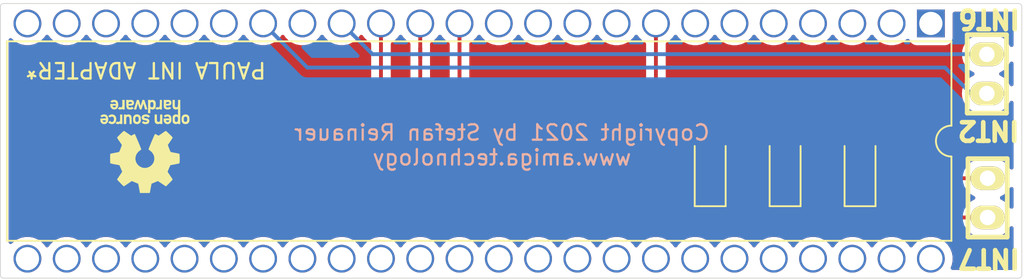
<source format=kicad_pcb>
(kicad_pcb (version 20171130) (host pcbnew 5.1.9-73d0e3b20d~88~ubuntu20.10.1)

  (general
    (thickness 1.6)
    (drawings 13)
    (tracks 46)
    (zones 0)
    (modules 7)
    (nets 50)
  )

  (page A4)
  (layers
    (0 F.Cu signal)
    (31 B.Cu signal)
    (32 B.Adhes user)
    (33 F.Adhes user)
    (34 B.Paste user)
    (35 F.Paste user)
    (36 B.SilkS user)
    (37 F.SilkS user)
    (38 B.Mask user)
    (39 F.Mask user)
    (40 Dwgs.User user)
    (41 Cmts.User user)
    (42 Eco1.User user)
    (43 Eco2.User user)
    (44 Edge.Cuts user)
    (45 Margin user)
    (46 B.CrtYd user)
    (47 F.CrtYd user)
    (48 B.Fab user)
    (49 F.Fab user)
  )

  (setup
    (last_trace_width 0.25)
    (trace_clearance 0.2)
    (zone_clearance 0.508)
    (zone_45_only no)
    (trace_min 0.2)
    (via_size 0.8)
    (via_drill 0.4)
    (via_min_size 0.4)
    (via_min_drill 0.3)
    (uvia_size 0.3)
    (uvia_drill 0.1)
    (uvias_allowed no)
    (uvia_min_size 0.2)
    (uvia_min_drill 0.1)
    (edge_width 0.05)
    (segment_width 0.2)
    (pcb_text_width 0.3)
    (pcb_text_size 1.5 1.5)
    (mod_edge_width 0.12)
    (mod_text_size 1 1)
    (mod_text_width 0.15)
    (pad_size 1.524 2.19964)
    (pad_drill 1.00076)
    (pad_to_mask_clearance 0)
    (aux_axis_origin 0 0)
    (visible_elements FFFFFF7F)
    (pcbplotparams
      (layerselection 0x010fc_ffffffff)
      (usegerberextensions false)
      (usegerberattributes true)
      (usegerberadvancedattributes true)
      (creategerberjobfile true)
      (excludeedgelayer true)
      (linewidth 0.100000)
      (plotframeref false)
      (viasonmask false)
      (mode 1)
      (useauxorigin false)
      (hpglpennumber 1)
      (hpglpenspeed 20)
      (hpglpendiameter 15.000000)
      (psnegative false)
      (psa4output false)
      (plotreference true)
      (plotvalue true)
      (plotinvisibletext false)
      (padsonsilk false)
      (subtractmaskfromsilk false)
      (outputformat 1)
      (mirror false)
      (drillshape 0)
      (scaleselection 1)
      (outputdirectory "paula_gerber/"))
  )

  (net 0 "")
  (net 1 "Net-(D1-Pad2)")
  (net 2 "Net-(D1-Pad1)")
  (net 3 "Net-(D2-Pad2)")
  (net 4 "Net-(D3-Pad2)")
  (net 5 "Net-(J1-Pad1)")
  (net 6 "Net-(J2-Pad2)")
  (net 7 "Net-(J2-Pad1)")
  (net 8 "Net-(U?1-Pad48)")
  (net 9 "Net-(U?1-Pad24)")
  (net 10 "Net-(U?1-Pad47)")
  (net 11 "Net-(U?1-Pad23)")
  (net 12 "Net-(U?1-Pad46)")
  (net 13 "Net-(U?1-Pad22)")
  (net 14 "Net-(U?1-Pad45)")
  (net 15 "Net-(U?1-Pad21)")
  (net 16 "Net-(U?1-Pad44)")
  (net 17 "Net-(U?1-Pad20)")
  (net 18 "Net-(U?1-Pad43)")
  (net 19 "Net-(U?1-Pad19)")
  (net 20 "Net-(U?1-Pad42)")
  (net 21 "Net-(U?1-Pad41)")
  (net 22 "Net-(U?1-Pad17)")
  (net 23 "Net-(U?1-Pad40)")
  (net 24 "Net-(U?1-Pad39)")
  (net 25 "Net-(U?1-Pad38)")
  (net 26 "Net-(U?1-Pad37)")
  (net 27 "Net-(U?1-Pad36)")
  (net 28 "Net-(U?1-Pad12)")
  (net 29 "Net-(U?1-Pad35)")
  (net 30 "Net-(U?1-Pad11)")
  (net 31 "Net-(U?1-Pad34)")
  (net 32 "Net-(U?1-Pad10)")
  (net 33 "Net-(U?1-Pad33)")
  (net 34 "Net-(U?1-Pad9)")
  (net 35 "Net-(U?1-Pad32)")
  (net 36 "Net-(U?1-Pad31)")
  (net 37 "Net-(U?1-Pad7)")
  (net 38 "Net-(U?1-Pad30)")
  (net 39 "Net-(U?1-Pad6)")
  (net 40 "Net-(U?1-Pad29)")
  (net 41 "Net-(U?1-Pad5)")
  (net 42 "Net-(U?1-Pad28)")
  (net 43 "Net-(U?1-Pad4)")
  (net 44 "Net-(U?1-Pad3)")
  (net 45 "Net-(U?1-Pad26)")
  (net 46 "Net-(U?1-Pad2)")
  (net 47 "Net-(U?1-Pad25)")
  (net 48 "Net-(U?1-Pad1)")
  (net 49 "Net-(U?1-Pad27)")

  (net_class Default "This is the default net class."
    (clearance 0.2)
    (trace_width 0.25)
    (via_dia 0.8)
    (via_drill 0.4)
    (uvia_dia 0.3)
    (uvia_drill 0.1)
    (add_net "Net-(D1-Pad1)")
    (add_net "Net-(D1-Pad2)")
    (add_net "Net-(D2-Pad2)")
    (add_net "Net-(D3-Pad2)")
    (add_net "Net-(J1-Pad1)")
    (add_net "Net-(J2-Pad1)")
    (add_net "Net-(J2-Pad2)")
    (add_net "Net-(U?1-Pad1)")
    (add_net "Net-(U?1-Pad10)")
    (add_net "Net-(U?1-Pad11)")
    (add_net "Net-(U?1-Pad12)")
    (add_net "Net-(U?1-Pad17)")
    (add_net "Net-(U?1-Pad19)")
    (add_net "Net-(U?1-Pad2)")
    (add_net "Net-(U?1-Pad20)")
    (add_net "Net-(U?1-Pad21)")
    (add_net "Net-(U?1-Pad22)")
    (add_net "Net-(U?1-Pad23)")
    (add_net "Net-(U?1-Pad24)")
    (add_net "Net-(U?1-Pad25)")
    (add_net "Net-(U?1-Pad26)")
    (add_net "Net-(U?1-Pad27)")
    (add_net "Net-(U?1-Pad28)")
    (add_net "Net-(U?1-Pad29)")
    (add_net "Net-(U?1-Pad3)")
    (add_net "Net-(U?1-Pad30)")
    (add_net "Net-(U?1-Pad31)")
    (add_net "Net-(U?1-Pad32)")
    (add_net "Net-(U?1-Pad33)")
    (add_net "Net-(U?1-Pad34)")
    (add_net "Net-(U?1-Pad35)")
    (add_net "Net-(U?1-Pad36)")
    (add_net "Net-(U?1-Pad37)")
    (add_net "Net-(U?1-Pad38)")
    (add_net "Net-(U?1-Pad39)")
    (add_net "Net-(U?1-Pad4)")
    (add_net "Net-(U?1-Pad40)")
    (add_net "Net-(U?1-Pad41)")
    (add_net "Net-(U?1-Pad42)")
    (add_net "Net-(U?1-Pad43)")
    (add_net "Net-(U?1-Pad44)")
    (add_net "Net-(U?1-Pad45)")
    (add_net "Net-(U?1-Pad46)")
    (add_net "Net-(U?1-Pad47)")
    (add_net "Net-(U?1-Pad48)")
    (add_net "Net-(U?1-Pad5)")
    (add_net "Net-(U?1-Pad6)")
    (add_net "Net-(U?1-Pad7)")
    (add_net "Net-(U?1-Pad9)")
  )

  (module KiCad/kicad-footprints/Package_DIP.pretty:DIP-48_W15.24mm (layer F.Cu) (tedit 601B7D33) (tstamp 601CD3A7)
    (at 117.82 41.83 270)
    (descr "48-lead though-hole mounted DIP package, row spacing 15.24 mm (600 mils)")
    (tags "THT DIP DIL PDIP 2.54mm 15.24mm 600mil")
    (path /601B4B1B)
    (fp_text reference U?1 (at 7.62 -2.33 270) (layer F.SilkS) hide
      (effects (font (size 1 1) (thickness 0.15)))
    )
    (fp_text value PAULA (at 7.61 60.39 270) (layer F.Fab) hide
      (effects (font (size 1 1) (thickness 0.15)))
    )
    (fp_line (start 1.255 -1.27) (end 14.985 -1.27) (layer F.Fab) (width 0.1))
    (fp_line (start 14.985 -1.27) (end 14.985 59.69) (layer F.Fab) (width 0.1))
    (fp_line (start 14.985 59.69) (end 0.255 59.69) (layer F.Fab) (width 0.1))
    (fp_line (start 0.255 59.69) (end 0.255 -0.27) (layer F.Fab) (width 0.1))
    (fp_line (start 0.255 -0.27) (end 1.255 -1.27) (layer F.Fab) (width 0.1))
    (fp_line (start 6.62 -1.33) (end 1.16 -1.33) (layer F.SilkS) (width 0.12))
    (fp_line (start 1.16 -1.33) (end 1.16 59.75) (layer F.SilkS) (width 0.12))
    (fp_line (start 1.16 59.75) (end 14.08 59.75) (layer F.SilkS) (width 0.12))
    (fp_line (start 14.08 59.75) (end 14.08 -1.33) (layer F.SilkS) (width 0.12))
    (fp_line (start 14.08 -1.33) (end 8.62 -1.33) (layer F.SilkS) (width 0.12))
    (fp_line (start -1.05 -1.55) (end -1.05 59.95) (layer F.CrtYd) (width 0.05))
    (fp_line (start -1.05 59.95) (end 16.3 59.95) (layer F.CrtYd) (width 0.05))
    (fp_line (start 16.3 59.95) (end 16.3 -1.55) (layer F.CrtYd) (width 0.05))
    (fp_line (start 16.3 -1.55) (end -1.05 -1.55) (layer F.CrtYd) (width 0.05))
    (fp_text user PAULA (at 7.62 29.21) (layer F.Fab)
      (effects (font (size 1 1) (thickness 0.15)))
    )
    (fp_arc (start 7.62 -1.33) (end 6.62 -1.33) (angle -180) (layer F.SilkS) (width 0.12))
    (pad 48 thru_hole oval (at 15.24 0 270) (size 1.8 1.8) (drill 1.5) (layers *.Cu *.Mask)
      (net 8 "Net-(U?1-Pad48)"))
    (pad 24 thru_hole oval (at 0 58.42 270) (size 1.8 1.8) (drill 1.5) (layers *.Cu *.Mask)
      (net 9 "Net-(U?1-Pad24)"))
    (pad 47 thru_hole oval (at 15.24 2.54 270) (size 1.8 1.8) (drill 1.5) (layers *.Cu *.Mask)
      (net 10 "Net-(U?1-Pad47)"))
    (pad 23 thru_hole oval (at 0 55.88 270) (size 1.8 1.8) (drill 1.5) (layers *.Cu *.Mask)
      (net 11 "Net-(U?1-Pad23)"))
    (pad 46 thru_hole oval (at 15.24 5.08 270) (size 1.8 1.8) (drill 1.5) (layers *.Cu *.Mask)
      (net 12 "Net-(U?1-Pad46)"))
    (pad 22 thru_hole oval (at 0 53.34 270) (size 1.8 1.8) (drill 1.5) (layers *.Cu *.Mask)
      (net 13 "Net-(U?1-Pad22)"))
    (pad 45 thru_hole oval (at 15.24 7.62 270) (size 1.8 1.8) (drill 1.5) (layers *.Cu *.Mask)
      (net 14 "Net-(U?1-Pad45)"))
    (pad 21 thru_hole oval (at 0 50.8 270) (size 1.8 1.8) (drill 1.5) (layers *.Cu *.Mask)
      (net 15 "Net-(U?1-Pad21)"))
    (pad 44 thru_hole oval (at 15.24 10.16 270) (size 1.8 1.8) (drill 1.5) (layers *.Cu *.Mask)
      (net 16 "Net-(U?1-Pad44)"))
    (pad 20 thru_hole oval (at 0 48.26 270) (size 1.8 1.8) (drill 1.5) (layers *.Cu *.Mask)
      (net 17 "Net-(U?1-Pad20)"))
    (pad 43 thru_hole oval (at 15.24 12.7 270) (size 1.8 1.8) (drill 1.5) (layers *.Cu *.Mask)
      (net 18 "Net-(U?1-Pad43)"))
    (pad 19 thru_hole oval (at 0 45.72 270) (size 1.8 1.8) (drill 1.5) (layers *.Cu *.Mask)
      (net 19 "Net-(U?1-Pad19)"))
    (pad 42 thru_hole oval (at 15.24 15.24 270) (size 1.8 1.8) (drill 1.5) (layers *.Cu *.Mask)
      (net 20 "Net-(U?1-Pad42)"))
    (pad 18 thru_hole oval (at 0 43.18 270) (size 1.8 1.8) (drill 1.5) (layers *.Cu *.Mask)
      (net 7 "Net-(J2-Pad1)"))
    (pad 41 thru_hole oval (at 15.24 17.78 270) (size 1.8 1.8) (drill 1.5) (layers *.Cu *.Mask)
      (net 21 "Net-(U?1-Pad41)"))
    (pad 17 thru_hole oval (at 0 40.64 270) (size 1.8 1.8) (drill 1.5) (layers *.Cu *.Mask)
      (net 22 "Net-(U?1-Pad17)"))
    (pad 40 thru_hole oval (at 15.24 20.32 270) (size 1.8 1.8) (drill 1.5) (layers *.Cu *.Mask)
      (net 23 "Net-(U?1-Pad40)"))
    (pad 16 thru_hole oval (at 0 38.1 270) (size 1.8 1.8) (drill 1.5) (layers *.Cu *.Mask)
      (net 6 "Net-(J2-Pad2)"))
    (pad 39 thru_hole oval (at 15.24 22.86 270) (size 1.8 1.8) (drill 1.5) (layers *.Cu *.Mask)
      (net 24 "Net-(U?1-Pad39)"))
    (pad 15 thru_hole oval (at 0 35.56 270) (size 1.8 1.8) (drill 1.5) (layers *.Cu *.Mask)
      (net 4 "Net-(D3-Pad2)"))
    (pad 38 thru_hole oval (at 15.24 25.4 270) (size 1.8 1.8) (drill 1.5) (layers *.Cu *.Mask)
      (net 25 "Net-(U?1-Pad38)"))
    (pad 14 thru_hole oval (at 0 33.02 270) (size 1.8 1.8) (drill 1.5) (layers *.Cu *.Mask)
      (net 3 "Net-(D2-Pad2)"))
    (pad 37 thru_hole oval (at 15.24 27.94 270) (size 1.8 1.8) (drill 1.5) (layers *.Cu *.Mask)
      (net 26 "Net-(U?1-Pad37)"))
    (pad 13 thru_hole oval (at 0 30.48 270) (size 1.8 1.8) (drill 1.5) (layers *.Cu *.Mask)
      (net 1 "Net-(D1-Pad2)"))
    (pad 36 thru_hole oval (at 15.24 30.48 270) (size 1.8 1.8) (drill 1.5) (layers *.Cu *.Mask)
      (net 27 "Net-(U?1-Pad36)"))
    (pad 12 thru_hole oval (at 0 27.94 270) (size 1.8 1.8) (drill 1.5) (layers *.Cu *.Mask)
      (net 28 "Net-(U?1-Pad12)"))
    (pad 35 thru_hole oval (at 15.24 33.02 270) (size 1.8 1.8) (drill 1.5) (layers *.Cu *.Mask)
      (net 29 "Net-(U?1-Pad35)"))
    (pad 11 thru_hole oval (at 0 25.4 270) (size 1.8 1.8) (drill 1.5) (layers *.Cu *.Mask)
      (net 30 "Net-(U?1-Pad11)"))
    (pad 34 thru_hole oval (at 15.24 35.56 270) (size 1.8 1.8) (drill 1.5) (layers *.Cu *.Mask)
      (net 31 "Net-(U?1-Pad34)"))
    (pad 10 thru_hole oval (at 0 22.86 270) (size 1.8 1.8) (drill 1.5) (layers *.Cu *.Mask)
      (net 32 "Net-(U?1-Pad10)"))
    (pad 33 thru_hole oval (at 15.24 38.1 270) (size 1.8 1.8) (drill 1.5) (layers *.Cu *.Mask)
      (net 33 "Net-(U?1-Pad33)"))
    (pad 9 thru_hole oval (at 0 20.32 270) (size 1.8 1.8) (drill 1.5) (layers *.Cu *.Mask)
      (net 34 "Net-(U?1-Pad9)"))
    (pad 32 thru_hole oval (at 15.24 40.64 270) (size 1.8 1.8) (drill 1.5) (layers *.Cu *.Mask)
      (net 35 "Net-(U?1-Pad32)"))
    (pad 8 thru_hole oval (at 0 17.78 270) (size 1.8 1.8) (drill 1.5) (layers *.Cu *.Mask)
      (net 5 "Net-(J1-Pad1)"))
    (pad 31 thru_hole oval (at 15.24 43.18 270) (size 1.8 1.8) (drill 1.5) (layers *.Cu *.Mask)
      (net 36 "Net-(U?1-Pad31)"))
    (pad 7 thru_hole oval (at 0 15.24 270) (size 1.8 1.8) (drill 1.5) (layers *.Cu *.Mask)
      (net 37 "Net-(U?1-Pad7)"))
    (pad 30 thru_hole oval (at 15.24 45.72 270) (size 1.8 1.8) (drill 1.5) (layers *.Cu *.Mask)
      (net 38 "Net-(U?1-Pad30)"))
    (pad 6 thru_hole oval (at 0 12.7 270) (size 1.8 1.8) (drill 1.5) (layers *.Cu *.Mask)
      (net 39 "Net-(U?1-Pad6)"))
    (pad 29 thru_hole oval (at 15.24 48.26 270) (size 1.8 1.8) (drill 1.5) (layers *.Cu *.Mask)
      (net 40 "Net-(U?1-Pad29)"))
    (pad 5 thru_hole oval (at 0 10.16 270) (size 1.8 1.8) (drill 1.5) (layers *.Cu *.Mask)
      (net 41 "Net-(U?1-Pad5)"))
    (pad 28 thru_hole oval (at 15.24 50.8 270) (size 1.8 1.8) (drill 1.5) (layers *.Cu *.Mask)
      (net 42 "Net-(U?1-Pad28)"))
    (pad 4 thru_hole oval (at 0 7.62 270) (size 1.8 1.8) (drill 1.5) (layers *.Cu *.Mask)
      (net 43 "Net-(U?1-Pad4)"))
    (pad 27 thru_hole oval (at 15.24 53.34 270) (size 1.8 1.8) (drill 1.5) (layers *.Cu *.Mask)
      (net 49 "Net-(U?1-Pad27)"))
    (pad 3 thru_hole oval (at 0 5.08 270) (size 1.8 1.8) (drill 1.5) (layers *.Cu *.Mask)
      (net 44 "Net-(U?1-Pad3)"))
    (pad 26 thru_hole oval (at 15.24 55.88 270) (size 1.8 1.8) (drill 1.5) (layers *.Cu *.Mask)
      (net 45 "Net-(U?1-Pad26)"))
    (pad 2 thru_hole oval (at 0 2.54 270) (size 1.8 1.8) (drill 1.5) (layers *.Cu *.Mask)
      (net 46 "Net-(U?1-Pad2)"))
    (pad 25 thru_hole oval (at 15.24 58.42 270) (size 1.8 1.8) (drill 1.5) (layers *.Cu *.Mask)
      (net 47 "Net-(U?1-Pad25)"))
    (pad 1 thru_hole rect (at 0 0 270) (size 1.8 1.8) (drill 1.5) (layers *.Cu *.Mask)
      (net 48 "Net-(U?1-Pad1)"))
    (model ${KISYS3DMOD}/Package_DIP.3dshapes/DIP-48_W15.24mm.wrl
      (at (xyz 0 0 0))
      (scale (xyz 1 1 1))
      (rotate (xyz 0 0 0))
    )
  )

  (module KiCad/kicad-footprints/Symbol.pretty:OSHW-Logo_5.7x6mm_SilkScreen (layer F.Cu) (tedit 0) (tstamp 601CFF7D)
    (at 67 49.8 180)
    (descr "Open Source Hardware Logo")
    (tags "Logo OSHW")
    (attr virtual)
    (fp_text reference REF** (at 0 0) (layer F.SilkS) hide
      (effects (font (size 1 1) (thickness 0.15)))
    )
    (fp_text value OSHW-Logo_5.7x6mm_SilkScreen (at 0.75 0) (layer F.Fab) hide
      (effects (font (size 1 1) (thickness 0.15)))
    )
    (fp_poly (pts (xy -1.908759 1.469184) (xy -1.882247 1.482282) (xy -1.849553 1.505106) (xy -1.825725 1.529996)
      (xy -1.809406 1.561249) (xy -1.79924 1.603166) (xy -1.793872 1.660044) (xy -1.791944 1.736184)
      (xy -1.791831 1.768917) (xy -1.792161 1.840656) (xy -1.793527 1.891927) (xy -1.7965 1.927404)
      (xy -1.801649 1.951763) (xy -1.809543 1.96968) (xy -1.817757 1.981902) (xy -1.870187 2.033905)
      (xy -1.93193 2.065184) (xy -1.998536 2.074592) (xy -2.065558 2.06098) (xy -2.086792 2.051354)
      (xy -2.137624 2.024859) (xy -2.137624 2.440052) (xy -2.100525 2.420868) (xy -2.051643 2.406025)
      (xy -1.991561 2.402222) (xy -1.931564 2.409243) (xy -1.886256 2.425013) (xy -1.848675 2.455047)
      (xy -1.816564 2.498024) (xy -1.81415 2.502436) (xy -1.803967 2.523221) (xy -1.79653 2.54417)
      (xy -1.791411 2.569548) (xy -1.788181 2.603618) (xy -1.786413 2.650641) (xy -1.785677 2.714882)
      (xy -1.785544 2.787176) (xy -1.785544 3.017822) (xy -1.923861 3.017822) (xy -1.923861 2.592533)
      (xy -1.962549 2.559979) (xy -2.002738 2.53394) (xy -2.040797 2.529205) (xy -2.079066 2.541389)
      (xy -2.099462 2.55332) (xy -2.114642 2.570313) (xy -2.125438 2.595995) (xy -2.132683 2.633991)
      (xy -2.137208 2.687926) (xy -2.139844 2.761425) (xy -2.140772 2.810347) (xy -2.143911 3.011535)
      (xy -2.209926 3.015336) (xy -2.27594 3.019136) (xy -2.27594 1.77065) (xy -2.137624 1.77065)
      (xy -2.134097 1.840254) (xy -2.122215 1.888569) (xy -2.10002 1.918631) (xy -2.065559 1.933471)
      (xy -2.030742 1.936436) (xy -1.991329 1.933028) (xy -1.965171 1.919617) (xy -1.948814 1.901896)
      (xy -1.935937 1.882835) (xy -1.928272 1.861601) (xy -1.924861 1.831849) (xy -1.924749 1.787236)
      (xy -1.925897 1.74988) (xy -1.928532 1.693604) (xy -1.932456 1.656658) (xy -1.939063 1.633223)
      (xy -1.949749 1.61748) (xy -1.959833 1.60838) (xy -2.00197 1.588537) (xy -2.05184 1.585332)
      (xy -2.080476 1.592168) (xy -2.108828 1.616464) (xy -2.127609 1.663728) (xy -2.136712 1.733624)
      (xy -2.137624 1.77065) (xy -2.27594 1.77065) (xy -2.27594 1.458614) (xy -2.206782 1.458614)
      (xy -2.16526 1.460256) (xy -2.143838 1.466087) (xy -2.137626 1.477461) (xy -2.137624 1.477798)
      (xy -2.134742 1.488938) (xy -2.12203 1.487673) (xy -2.096757 1.475433) (xy -2.037869 1.456707)
      (xy -1.971615 1.454739) (xy -1.908759 1.469184)) (layer F.SilkS) (width 0.01))
    (fp_poly (pts (xy -1.38421 2.406555) (xy -1.325055 2.422339) (xy -1.280023 2.450948) (xy -1.248246 2.488419)
      (xy -1.238366 2.504411) (xy -1.231073 2.521163) (xy -1.225974 2.542592) (xy -1.222679 2.572616)
      (xy -1.220797 2.615154) (xy -1.219937 2.674122) (xy -1.219707 2.75344) (xy -1.219703 2.774484)
      (xy -1.219703 3.017822) (xy -1.280059 3.017822) (xy -1.318557 3.015126) (xy -1.347023 3.008295)
      (xy -1.354155 3.004083) (xy -1.373652 2.996813) (xy -1.393566 3.004083) (xy -1.426353 3.01316)
      (xy -1.473978 3.016813) (xy -1.526764 3.015228) (xy -1.575036 3.008589) (xy -1.603218 3.000072)
      (xy -1.657753 2.965063) (xy -1.691835 2.916479) (xy -1.707157 2.851882) (xy -1.707299 2.850223)
      (xy -1.705955 2.821566) (xy -1.584356 2.821566) (xy -1.573726 2.854161) (xy -1.55641 2.872505)
      (xy -1.521652 2.886379) (xy -1.475773 2.891917) (xy -1.428988 2.889191) (xy -1.391514 2.878274)
      (xy -1.381015 2.871269) (xy -1.362668 2.838904) (xy -1.35802 2.802111) (xy -1.35802 2.753763)
      (xy -1.427582 2.753763) (xy -1.493667 2.75885) (xy -1.543764 2.773263) (xy -1.574929 2.795729)
      (xy -1.584356 2.821566) (xy -1.705955 2.821566) (xy -1.703987 2.779647) (xy -1.68071 2.723845)
      (xy -1.636948 2.681647) (xy -1.630899 2.677808) (xy -1.604907 2.665309) (xy -1.572735 2.65774)
      (xy -1.52776 2.654061) (xy -1.474331 2.653216) (xy -1.35802 2.653169) (xy -1.35802 2.604411)
      (xy -1.362953 2.566581) (xy -1.375543 2.541236) (xy -1.377017 2.539887) (xy -1.405034 2.5288)
      (xy -1.447326 2.524503) (xy -1.494064 2.526615) (xy -1.535418 2.534756) (xy -1.559957 2.546965)
      (xy -1.573253 2.556746) (xy -1.587294 2.558613) (xy -1.606671 2.5506) (xy -1.635976 2.530739)
      (xy -1.679803 2.497063) (xy -1.683825 2.493909) (xy -1.681764 2.482236) (xy -1.664568 2.462822)
      (xy -1.638433 2.441248) (xy -1.609552 2.423096) (xy -1.600478 2.418809) (xy -1.56738 2.410256)
      (xy -1.51888 2.404155) (xy -1.464695 2.401708) (xy -1.462161 2.401703) (xy -1.38421 2.406555)) (layer F.SilkS) (width 0.01))
    (fp_poly (pts (xy -0.993356 2.40302) (xy -0.974539 2.40866) (xy -0.968473 2.421053) (xy -0.968218 2.426647)
      (xy -0.967129 2.44223) (xy -0.959632 2.444676) (xy -0.939381 2.433993) (xy -0.927351 2.426694)
      (xy -0.8894 2.411063) (xy -0.844072 2.403334) (xy -0.796544 2.40274) (xy -0.751995 2.408513)
      (xy -0.715602 2.419884) (xy -0.692543 2.436088) (xy -0.687996 2.456355) (xy -0.690291 2.461843)
      (xy -0.70702 2.484626) (xy -0.732963 2.512647) (xy -0.737655 2.517177) (xy -0.762383 2.538005)
      (xy -0.783718 2.544735) (xy -0.813555 2.540038) (xy -0.825508 2.536917) (xy -0.862705 2.529421)
      (xy -0.888859 2.532792) (xy -0.910946 2.544681) (xy -0.931178 2.560635) (xy -0.946079 2.5807)
      (xy -0.956434 2.608702) (xy -0.963029 2.648467) (xy -0.966649 2.703823) (xy -0.968078 2.778594)
      (xy -0.968218 2.82374) (xy -0.968218 3.017822) (xy -1.09396 3.017822) (xy -1.09396 2.401683)
      (xy -1.031089 2.401683) (xy -0.993356 2.40302)) (layer F.SilkS) (width 0.01))
    (fp_poly (pts (xy -0.201188 3.017822) (xy -0.270346 3.017822) (xy -0.310488 3.016645) (xy -0.331394 3.011772)
      (xy -0.338922 3.001186) (xy -0.339505 2.994029) (xy -0.340774 2.979676) (xy -0.348779 2.976923)
      (xy -0.369815 2.985771) (xy -0.386173 2.994029) (xy -0.448977 3.013597) (xy -0.517248 3.014729)
      (xy -0.572752 3.000135) (xy -0.624438 2.964877) (xy -0.663838 2.912835) (xy -0.685413 2.85145)
      (xy -0.685962 2.848018) (xy -0.689167 2.810571) (xy -0.690761 2.756813) (xy -0.690633 2.716155)
      (xy -0.553279 2.716155) (xy -0.550097 2.770194) (xy -0.542859 2.814735) (xy -0.53306 2.839888)
      (xy -0.495989 2.87426) (xy -0.451974 2.886582) (xy -0.406584 2.876618) (xy -0.367797 2.846895)
      (xy -0.353108 2.826905) (xy -0.344519 2.80305) (xy -0.340496 2.76823) (xy -0.339505 2.71593)
      (xy -0.341278 2.664139) (xy -0.345963 2.618634) (xy -0.352603 2.588181) (xy -0.35371 2.585452)
      (xy -0.380491 2.553) (xy -0.419579 2.535183) (xy -0.463315 2.532306) (xy -0.504038 2.544674)
      (xy -0.534087 2.572593) (xy -0.537204 2.578148) (xy -0.546961 2.612022) (xy -0.552277 2.660728)
      (xy -0.553279 2.716155) (xy -0.690633 2.716155) (xy -0.690568 2.69554) (xy -0.689664 2.662563)
      (xy -0.683514 2.580981) (xy -0.670733 2.51973) (xy -0.649471 2.474449) (xy -0.617878 2.440779)
      (xy -0.587207 2.421014) (xy -0.544354 2.40712) (xy -0.491056 2.402354) (xy -0.43648 2.406236)
      (xy -0.389792 2.418282) (xy -0.365124 2.432693) (xy -0.339505 2.455878) (xy -0.339505 2.162773)
      (xy -0.201188 2.162773) (xy -0.201188 3.017822)) (layer F.SilkS) (width 0.01))
    (fp_poly (pts (xy 0.281524 2.404237) (xy 0.331255 2.407971) (xy 0.461291 2.797773) (xy 0.481678 2.728614)
      (xy 0.493946 2.685874) (xy 0.510085 2.628115) (xy 0.527512 2.564625) (xy 0.536726 2.53057)
      (xy 0.571388 2.401683) (xy 0.714391 2.401683) (xy 0.671646 2.536857) (xy 0.650596 2.603342)
      (xy 0.625167 2.683539) (xy 0.59861 2.767193) (xy 0.574902 2.841782) (xy 0.520902 3.011535)
      (xy 0.462598 3.015328) (xy 0.404295 3.019122) (xy 0.372679 2.914734) (xy 0.353182 2.849889)
      (xy 0.331904 2.7784) (xy 0.313308 2.715263) (xy 0.312574 2.71275) (xy 0.298684 2.669969)
      (xy 0.286429 2.640779) (xy 0.277846 2.629741) (xy 0.276082 2.631018) (xy 0.269891 2.64813)
      (xy 0.258128 2.684787) (xy 0.242225 2.736378) (xy 0.223614 2.798294) (xy 0.213543 2.832352)
      (xy 0.159007 3.017822) (xy 0.043264 3.017822) (xy -0.049263 2.725471) (xy -0.075256 2.643462)
      (xy -0.098934 2.568987) (xy -0.11918 2.505544) (xy -0.134874 2.456632) (xy -0.144898 2.425749)
      (xy -0.147945 2.416726) (xy -0.145533 2.407487) (xy -0.126592 2.403441) (xy -0.087177 2.403846)
      (xy -0.081007 2.404152) (xy -0.007914 2.407971) (xy 0.039957 2.58401) (xy 0.057553 2.648211)
      (xy 0.073277 2.704649) (xy 0.085746 2.748422) (xy 0.093574 2.77463) (xy 0.09502 2.778903)
      (xy 0.101014 2.77399) (xy 0.113101 2.748532) (xy 0.129893 2.705997) (xy 0.150003 2.64985)
      (xy 0.167003 2.59913) (xy 0.231794 2.400504) (xy 0.281524 2.404237)) (layer F.SilkS) (width 0.01))
    (fp_poly (pts (xy 1.038411 2.405417) (xy 1.091411 2.41829) (xy 1.106731 2.42511) (xy 1.136428 2.442974)
      (xy 1.15922 2.463093) (xy 1.176083 2.488962) (xy 1.187998 2.524073) (xy 1.195942 2.57192)
      (xy 1.200894 2.635996) (xy 1.203831 2.719794) (xy 1.204947 2.775768) (xy 1.209052 3.017822)
      (xy 1.138932 3.017822) (xy 1.096393 3.016038) (xy 1.074476 3.009942) (xy 1.068812 2.999706)
      (xy 1.065821 2.988637) (xy 1.052451 2.990754) (xy 1.034233 2.999629) (xy 0.988624 3.013233)
      (xy 0.930007 3.016899) (xy 0.868354 3.010903) (xy 0.813638 2.995521) (xy 0.80873 2.993386)
      (xy 0.758723 2.958255) (xy 0.725756 2.909419) (xy 0.710587 2.852333) (xy 0.711746 2.831824)
      (xy 0.835508 2.831824) (xy 0.846413 2.859425) (xy 0.878745 2.879204) (xy 0.93091 2.889819)
      (xy 0.958787 2.891228) (xy 1.005247 2.88762) (xy 1.036129 2.873597) (xy 1.043664 2.866931)
      (xy 1.064076 2.830666) (xy 1.068812 2.797773) (xy 1.068812 2.753763) (xy 1.007513 2.753763)
      (xy 0.936256 2.757395) (xy 0.886276 2.768818) (xy 0.854696 2.788824) (xy 0.847626 2.797743)
      (xy 0.835508 2.831824) (xy 0.711746 2.831824) (xy 0.713971 2.792456) (xy 0.736663 2.735244)
      (xy 0.767624 2.69658) (xy 0.786376 2.679864) (xy 0.804733 2.668878) (xy 0.828619 2.66218)
      (xy 0.863957 2.658326) (xy 0.916669 2.655873) (xy 0.937577 2.655168) (xy 1.068812 2.650879)
      (xy 1.06862 2.611158) (xy 1.063537 2.569405) (xy 1.045162 2.544158) (xy 1.008039 2.52803)
      (xy 1.007043 2.527742) (xy 0.95441 2.5214) (xy 0.902906 2.529684) (xy 0.86463 2.549827)
      (xy 0.849272 2.559773) (xy 0.83273 2.558397) (xy 0.807275 2.543987) (xy 0.792328 2.533817)
      (xy 0.763091 2.512088) (xy 0.74498 2.4958) (xy 0.742074 2.491137) (xy 0.75404 2.467005)
      (xy 0.789396 2.438185) (xy 0.804753 2.428461) (xy 0.848901 2.411714) (xy 0.908398 2.402227)
      (xy 0.974487 2.400095) (xy 1.038411 2.405417)) (layer F.SilkS) (width 0.01))
    (fp_poly (pts (xy 1.635255 2.401486) (xy 1.683595 2.411015) (xy 1.711114 2.425125) (xy 1.740064 2.448568)
      (xy 1.698876 2.500571) (xy 1.673482 2.532064) (xy 1.656238 2.547428) (xy 1.639102 2.549776)
      (xy 1.614027 2.542217) (xy 1.602257 2.537941) (xy 1.55427 2.531631) (xy 1.510324 2.545156)
      (xy 1.47806 2.57571) (xy 1.472819 2.585452) (xy 1.467112 2.611258) (xy 1.462706 2.658817)
      (xy 1.459811 2.724758) (xy 1.458631 2.80571) (xy 1.458614 2.817226) (xy 1.458614 3.017822)
      (xy 1.320297 3.017822) (xy 1.320297 2.401683) (xy 1.389456 2.401683) (xy 1.429333 2.402725)
      (xy 1.450107 2.407358) (xy 1.457789 2.417849) (xy 1.458614 2.427745) (xy 1.458614 2.453806)
      (xy 1.491745 2.427745) (xy 1.529735 2.409965) (xy 1.58077 2.401174) (xy 1.635255 2.401486)) (layer F.SilkS) (width 0.01))
    (fp_poly (pts (xy 2.032581 2.40497) (xy 2.092685 2.420597) (xy 2.143021 2.452848) (xy 2.167393 2.47694)
      (xy 2.207345 2.533895) (xy 2.230242 2.599965) (xy 2.238108 2.681182) (xy 2.238148 2.687748)
      (xy 2.238218 2.753763) (xy 1.858264 2.753763) (xy 1.866363 2.788342) (xy 1.880987 2.819659)
      (xy 1.906581 2.852291) (xy 1.911935 2.8575) (xy 1.957943 2.885694) (xy 2.01041 2.890475)
      (xy 2.070803 2.871926) (xy 2.08104 2.866931) (xy 2.112439 2.851745) (xy 2.13347 2.843094)
      (xy 2.137139 2.842293) (xy 2.149948 2.850063) (xy 2.174378 2.869072) (xy 2.186779 2.87946)
      (xy 2.212476 2.903321) (xy 2.220915 2.919077) (xy 2.215058 2.933571) (xy 2.211928 2.937534)
      (xy 2.190725 2.954879) (xy 2.155738 2.975959) (xy 2.131337 2.988265) (xy 2.062072 3.009946)
      (xy 1.985388 3.016971) (xy 1.912765 3.008647) (xy 1.892426 3.002686) (xy 1.829476 2.968952)
      (xy 1.782815 2.917045) (xy 1.752173 2.846459) (xy 1.737282 2.756692) (xy 1.735647 2.709753)
      (xy 1.740421 2.641413) (xy 1.86099 2.641413) (xy 1.872652 2.646465) (xy 1.903998 2.650429)
      (xy 1.949571 2.652768) (xy 1.980446 2.653169) (xy 2.035981 2.652783) (xy 2.071033 2.650975)
      (xy 2.090262 2.646773) (xy 2.09833 2.639203) (xy 2.099901 2.628218) (xy 2.089121 2.594381)
      (xy 2.06198 2.56094) (xy 2.026277 2.535272) (xy 1.99056 2.524772) (xy 1.942048 2.534086)
      (xy 1.900053 2.561013) (xy 1.870936 2.599827) (xy 1.86099 2.641413) (xy 1.740421 2.641413)
      (xy 1.742599 2.610236) (xy 1.764055 2.530949) (xy 1.80047 2.471263) (xy 1.852297 2.430549)
      (xy 1.91999 2.408179) (xy 1.956662 2.403871) (xy 2.032581 2.40497)) (layer F.SilkS) (width 0.01))
    (fp_poly (pts (xy -2.538261 1.465148) (xy -2.472479 1.494231) (xy -2.42254 1.542793) (xy -2.388374 1.610908)
      (xy -2.369907 1.698651) (xy -2.368583 1.712351) (xy -2.367546 1.808939) (xy -2.380993 1.893602)
      (xy -2.408108 1.962221) (xy -2.422627 1.984294) (xy -2.473201 2.031011) (xy -2.537609 2.061268)
      (xy -2.609666 2.073824) (xy -2.683185 2.067439) (xy -2.739072 2.047772) (xy -2.787132 2.014629)
      (xy -2.826412 1.971175) (xy -2.827092 1.970158) (xy -2.843044 1.943338) (xy -2.85341 1.916368)
      (xy -2.859688 1.882332) (xy -2.863373 1.83431) (xy -2.864997 1.794931) (xy -2.865672 1.759219)
      (xy -2.739955 1.759219) (xy -2.738726 1.79477) (xy -2.734266 1.842094) (xy -2.726397 1.872465)
      (xy -2.712207 1.894072) (xy -2.698917 1.906694) (xy -2.651802 1.933122) (xy -2.602505 1.936653)
      (xy -2.556593 1.917639) (xy -2.533638 1.896331) (xy -2.517096 1.874859) (xy -2.507421 1.854313)
      (xy -2.503174 1.827574) (xy -2.50292 1.787523) (xy -2.504228 1.750638) (xy -2.507043 1.697947)
      (xy -2.511505 1.663772) (xy -2.519548 1.64148) (xy -2.533103 1.624442) (xy -2.543845 1.614703)
      (xy -2.588777 1.589123) (xy -2.637249 1.587847) (xy -2.677894 1.602999) (xy -2.712567 1.634642)
      (xy -2.733224 1.68662) (xy -2.739955 1.759219) (xy -2.865672 1.759219) (xy -2.866479 1.716621)
      (xy -2.863948 1.658056) (xy -2.856362 1.614007) (xy -2.842681 1.579248) (xy -2.821865 1.548551)
      (xy -2.814147 1.539436) (xy -2.765889 1.494021) (xy -2.714128 1.467493) (xy -2.650828 1.456379)
      (xy -2.619961 1.455471) (xy -2.538261 1.465148)) (layer F.SilkS) (width 0.01))
    (fp_poly (pts (xy -1.356699 1.472614) (xy -1.344168 1.478514) (xy -1.300799 1.510283) (xy -1.25979 1.556646)
      (xy -1.229168 1.607696) (xy -1.220459 1.631166) (xy -1.212512 1.673091) (xy -1.207774 1.723757)
      (xy -1.207199 1.744679) (xy -1.207129 1.810693) (xy -1.587083 1.810693) (xy -1.578983 1.845273)
      (xy -1.559104 1.88617) (xy -1.524347 1.921514) (xy -1.482998 1.944282) (xy -1.456649 1.94901)
      (xy -1.420916 1.943273) (xy -1.378282 1.928882) (xy -1.363799 1.922262) (xy -1.31024 1.895513)
      (xy -1.264533 1.930376) (xy -1.238158 1.953955) (xy -1.224124 1.973417) (xy -1.223414 1.979129)
      (xy -1.235951 1.992973) (xy -1.263428 2.014012) (xy -1.288366 2.030425) (xy -1.355664 2.05993)
      (xy -1.43111 2.073284) (xy -1.505888 2.069812) (xy -1.565495 2.051663) (xy -1.626941 2.012784)
      (xy -1.670608 1.961595) (xy -1.697926 1.895367) (xy -1.710322 1.811371) (xy -1.711421 1.772936)
      (xy -1.707022 1.684861) (xy -1.706482 1.682299) (xy -1.580582 1.682299) (xy -1.577115 1.690558)
      (xy -1.562863 1.695113) (xy -1.53347 1.697065) (xy -1.484575 1.697517) (xy -1.465748 1.697525)
      (xy -1.408467 1.696843) (xy -1.372141 1.694364) (xy -1.352604 1.689443) (xy -1.34569 1.681434)
      (xy -1.345445 1.678862) (xy -1.353336 1.658423) (xy -1.373085 1.629789) (xy -1.381575 1.619763)
      (xy -1.413094 1.591408) (xy -1.445949 1.580259) (xy -1.463651 1.579327) (xy -1.511539 1.590981)
      (xy -1.551699 1.622285) (xy -1.577173 1.667752) (xy -1.577625 1.669233) (xy -1.580582 1.682299)
      (xy -1.706482 1.682299) (xy -1.692392 1.61551) (xy -1.666038 1.560025) (xy -1.633807 1.520639)
      (xy -1.574217 1.477931) (xy -1.504168 1.455109) (xy -1.429661 1.453046) (xy -1.356699 1.472614)) (layer F.SilkS) (width 0.01))
    (fp_poly (pts (xy 0.014017 1.456452) (xy 0.061634 1.465482) (xy 0.111034 1.48437) (xy 0.116312 1.486777)
      (xy 0.153774 1.506476) (xy 0.179717 1.524781) (xy 0.188103 1.536508) (xy 0.180117 1.555632)
      (xy 0.16072 1.58385) (xy 0.15211 1.594384) (xy 0.116628 1.635847) (xy 0.070885 1.608858)
      (xy 0.02735 1.590878) (xy -0.02295 1.581267) (xy -0.071188 1.58066) (xy -0.108533 1.589691)
      (xy -0.117495 1.595327) (xy -0.134563 1.621171) (xy -0.136637 1.650941) (xy -0.123866 1.674197)
      (xy -0.116312 1.678708) (xy -0.093675 1.684309) (xy -0.053885 1.690892) (xy -0.004834 1.697183)
      (xy 0.004215 1.69817) (xy 0.082996 1.711798) (xy 0.140136 1.734946) (xy 0.17803 1.769752)
      (xy 0.199079 1.818354) (xy 0.205635 1.877718) (xy 0.196577 1.945198) (xy 0.167164 1.998188)
      (xy 0.117278 2.036783) (xy 0.0468 2.061081) (xy -0.031435 2.070667) (xy -0.095234 2.070552)
      (xy -0.146984 2.061845) (xy -0.182327 2.049825) (xy -0.226983 2.02888) (xy -0.268253 2.004574)
      (xy -0.282921 1.993876) (xy -0.320643 1.963084) (xy -0.275148 1.917049) (xy -0.229653 1.871013)
      (xy -0.177928 1.905243) (xy -0.126048 1.930952) (xy -0.070649 1.944399) (xy -0.017395 1.945818)
      (xy 0.028049 1.935443) (xy 0.060016 1.913507) (xy 0.070338 1.894998) (xy 0.068789 1.865314)
      (xy 0.04314 1.842615) (xy -0.00654 1.82694) (xy -0.060969 1.819695) (xy -0.144736 1.805873)
      (xy -0.206967 1.779796) (xy -0.248493 1.740699) (xy -0.270147 1.68782) (xy -0.273147 1.625126)
      (xy -0.258329 1.559642) (xy -0.224546 1.510144) (xy -0.171495 1.476408) (xy -0.098874 1.458207)
      (xy -0.045072 1.454639) (xy 0.014017 1.456452)) (layer F.SilkS) (width 0.01))
    (fp_poly (pts (xy 0.610762 1.466055) (xy 0.674363 1.500692) (xy 0.724123 1.555372) (xy 0.747568 1.599842)
      (xy 0.757634 1.639121) (xy 0.764156 1.695116) (xy 0.766951 1.759621) (xy 0.765836 1.824429)
      (xy 0.760626 1.881334) (xy 0.754541 1.911727) (xy 0.734014 1.953306) (xy 0.698463 1.997468)
      (xy 0.655619 2.036087) (xy 0.613211 2.061034) (xy 0.612177 2.06143) (xy 0.559553 2.072331)
      (xy 0.497188 2.072601) (xy 0.437924 2.062676) (xy 0.41504 2.054722) (xy 0.356102 2.0213)
      (xy 0.31389 1.977511) (xy 0.286156 1.919538) (xy 0.270651 1.843565) (xy 0.267143 1.803771)
      (xy 0.26759 1.753766) (xy 0.402376 1.753766) (xy 0.406917 1.826732) (xy 0.419986 1.882334)
      (xy 0.440756 1.917861) (xy 0.455552 1.92802) (xy 0.493464 1.935104) (xy 0.538527 1.933007)
      (xy 0.577487 1.922812) (xy 0.587704 1.917204) (xy 0.614659 1.884538) (xy 0.632451 1.834545)
      (xy 0.640024 1.773705) (xy 0.636325 1.708497) (xy 0.628057 1.669253) (xy 0.60432 1.623805)
      (xy 0.566849 1.595396) (xy 0.52172 1.585573) (xy 0.475011 1.595887) (xy 0.439132 1.621112)
      (xy 0.420277 1.641925) (xy 0.409272 1.662439) (xy 0.404026 1.690203) (xy 0.402449 1.732762)
      (xy 0.402376 1.753766) (xy 0.26759 1.753766) (xy 0.268094 1.69758) (xy 0.285388 1.610501)
      (xy 0.319029 1.54253) (xy 0.369018 1.493664) (xy 0.435356 1.463899) (xy 0.449601 1.460448)
      (xy 0.53521 1.452345) (xy 0.610762 1.466055)) (layer F.SilkS) (width 0.01))
    (fp_poly (pts (xy 0.993367 1.654342) (xy 0.994555 1.746563) (xy 0.998897 1.81661) (xy 1.007558 1.867381)
      (xy 1.021704 1.901772) (xy 1.0425 1.922679) (xy 1.07111 1.933) (xy 1.106535 1.935636)
      (xy 1.143636 1.932682) (xy 1.171818 1.921889) (xy 1.192243 1.90036) (xy 1.206079 1.865199)
      (xy 1.214491 1.81351) (xy 1.218643 1.742394) (xy 1.219703 1.654342) (xy 1.219703 1.458614)
      (xy 1.35802 1.458614) (xy 1.35802 2.062179) (xy 1.288862 2.062179) (xy 1.24717 2.060489)
      (xy 1.225701 2.054556) (xy 1.219703 2.043293) (xy 1.216091 2.033261) (xy 1.201714 2.035383)
      (xy 1.172736 2.04958) (xy 1.106319 2.07148) (xy 1.035875 2.069928) (xy 0.968377 2.046147)
      (xy 0.936233 2.027362) (xy 0.911715 2.007022) (xy 0.893804 1.981573) (xy 0.881479 1.947458)
      (xy 0.873723 1.901121) (xy 0.869516 1.839007) (xy 0.86784 1.757561) (xy 0.867624 1.694578)
      (xy 0.867624 1.458614) (xy 0.993367 1.458614) (xy 0.993367 1.654342)) (layer F.SilkS) (width 0.01))
    (fp_poly (pts (xy 2.217226 1.46388) (xy 2.29008 1.49483) (xy 2.313027 1.509895) (xy 2.342354 1.533048)
      (xy 2.360764 1.551253) (xy 2.363961 1.557183) (xy 2.354935 1.57034) (xy 2.331837 1.592667)
      (xy 2.313344 1.60825) (xy 2.262728 1.648926) (xy 2.22276 1.615295) (xy 2.191874 1.593584)
      (xy 2.161759 1.58609) (xy 2.127292 1.58792) (xy 2.072561 1.601528) (xy 2.034886 1.629772)
      (xy 2.011991 1.675433) (xy 2.001597 1.741289) (xy 2.001595 1.741331) (xy 2.002494 1.814939)
      (xy 2.016463 1.868946) (xy 2.044328 1.905716) (xy 2.063325 1.918168) (xy 2.113776 1.933673)
      (xy 2.167663 1.933683) (xy 2.214546 1.918638) (xy 2.225644 1.911287) (xy 2.253476 1.892511)
      (xy 2.275236 1.889434) (xy 2.298704 1.903409) (xy 2.324649 1.92851) (xy 2.365716 1.97088)
      (xy 2.320121 2.008464) (xy 2.249674 2.050882) (xy 2.170233 2.071785) (xy 2.087215 2.070272)
      (xy 2.032694 2.056411) (xy 1.96897 2.022135) (xy 1.918005 1.968212) (xy 1.894851 1.930149)
      (xy 1.876099 1.875536) (xy 1.866715 1.806369) (xy 1.866643 1.731407) (xy 1.875824 1.659409)
      (xy 1.894199 1.599137) (xy 1.897093 1.592958) (xy 1.939952 1.532351) (xy 1.997979 1.488224)
      (xy 2.066591 1.461493) (xy 2.141201 1.453073) (xy 2.217226 1.46388)) (layer F.SilkS) (width 0.01))
    (fp_poly (pts (xy 2.677898 1.456457) (xy 2.710096 1.464279) (xy 2.771825 1.492921) (xy 2.82461 1.536667)
      (xy 2.861141 1.589117) (xy 2.86616 1.600893) (xy 2.873045 1.63174) (xy 2.877864 1.677371)
      (xy 2.879505 1.723492) (xy 2.879505 1.810693) (xy 2.697178 1.810693) (xy 2.621979 1.810978)
      (xy 2.569003 1.812704) (xy 2.535325 1.817181) (xy 2.51802 1.82572) (xy 2.514163 1.83963)
      (xy 2.520829 1.860222) (xy 2.53277 1.884315) (xy 2.56608 1.924525) (xy 2.612368 1.944558)
      (xy 2.668944 1.943905) (xy 2.733031 1.922101) (xy 2.788417 1.895193) (xy 2.834375 1.931532)
      (xy 2.880333 1.967872) (xy 2.837096 2.007819) (xy 2.779374 2.045563) (xy 2.708386 2.06832)
      (xy 2.632029 2.074688) (xy 2.558199 2.063268) (xy 2.546287 2.059393) (xy 2.481399 2.025506)
      (xy 2.43313 1.974986) (xy 2.400465 1.906325) (xy 2.382385 1.818014) (xy 2.382175 1.816121)
      (xy 2.380556 1.719878) (xy 2.3871 1.685542) (xy 2.514852 1.685542) (xy 2.526584 1.690822)
      (xy 2.558438 1.694867) (xy 2.605397 1.697176) (xy 2.635154 1.697525) (xy 2.690648 1.697306)
      (xy 2.725346 1.695916) (xy 2.743601 1.692251) (xy 2.749766 1.68521) (xy 2.748195 1.67369)
      (xy 2.746878 1.669233) (xy 2.724382 1.627355) (xy 2.689003 1.593604) (xy 2.65778 1.578773)
      (xy 2.616301 1.579668) (xy 2.574269 1.598164) (xy 2.539012 1.628786) (xy 2.517854 1.666062)
      (xy 2.514852 1.685542) (xy 2.3871 1.685542) (xy 2.39669 1.635229) (xy 2.428698 1.564191)
      (xy 2.474701 1.508779) (xy 2.532821 1.471009) (xy 2.60118 1.452896) (xy 2.677898 1.456457)) (layer F.SilkS) (width 0.01))
    (fp_poly (pts (xy -0.754012 1.469002) (xy -0.722717 1.48395) (xy -0.692409 1.505541) (xy -0.669318 1.530391)
      (xy -0.6525 1.562087) (xy -0.641006 1.604214) (xy -0.633891 1.660358) (xy -0.630207 1.734106)
      (xy -0.629008 1.829044) (xy -0.628989 1.838985) (xy -0.628713 2.062179) (xy -0.76703 2.062179)
      (xy -0.76703 1.856418) (xy -0.767128 1.780189) (xy -0.767809 1.724939) (xy -0.769651 1.686501)
      (xy -0.773233 1.660706) (xy -0.779132 1.643384) (xy -0.787927 1.630368) (xy -0.80018 1.617507)
      (xy -0.843047 1.589873) (xy -0.889843 1.584745) (xy -0.934424 1.602217) (xy -0.949928 1.615221)
      (xy -0.96131 1.627447) (xy -0.969481 1.64054) (xy -0.974974 1.658615) (xy -0.97832 1.685787)
      (xy -0.980051 1.72617) (xy -0.980697 1.783879) (xy -0.980792 1.854132) (xy -0.980792 2.062179)
      (xy -1.119109 2.062179) (xy -1.119109 1.458614) (xy -1.04995 1.458614) (xy -1.008428 1.460256)
      (xy -0.987006 1.466087) (xy -0.980795 1.477461) (xy -0.980792 1.477798) (xy -0.97791 1.488938)
      (xy -0.965199 1.487674) (xy -0.939926 1.475434) (xy -0.882605 1.457424) (xy -0.817037 1.455421)
      (xy -0.754012 1.469002)) (layer F.SilkS) (width 0.01))
    (fp_poly (pts (xy 1.79946 1.45803) (xy 1.842711 1.471245) (xy 1.870558 1.487941) (xy 1.879629 1.501145)
      (xy 1.877132 1.516797) (xy 1.860931 1.541385) (xy 1.847232 1.5588) (xy 1.818992 1.590283)
      (xy 1.797775 1.603529) (xy 1.779688 1.602664) (xy 1.726035 1.58901) (xy 1.68663 1.58963)
      (xy 1.654632 1.605104) (xy 1.64389 1.614161) (xy 1.609505 1.646027) (xy 1.609505 2.062179)
      (xy 1.471188 2.062179) (xy 1.471188 1.458614) (xy 1.540347 1.458614) (xy 1.581869 1.460256)
      (xy 1.603291 1.466087) (xy 1.609502 1.477461) (xy 1.609505 1.477798) (xy 1.612439 1.489713)
      (xy 1.625704 1.488159) (xy 1.644084 1.479563) (xy 1.682046 1.463568) (xy 1.712872 1.453945)
      (xy 1.752536 1.451478) (xy 1.79946 1.45803)) (layer F.SilkS) (width 0.01))
    (fp_poly (pts (xy 0.376964 -2.709982) (xy 0.433812 -2.40843) (xy 0.853338 -2.235488) (xy 1.104984 -2.406605)
      (xy 1.175458 -2.45425) (xy 1.239163 -2.49679) (xy 1.293126 -2.532285) (xy 1.334373 -2.55879)
      (xy 1.359934 -2.574364) (xy 1.366895 -2.577722) (xy 1.379435 -2.569086) (xy 1.406231 -2.545208)
      (xy 1.44428 -2.509141) (xy 1.490579 -2.463933) (xy 1.542123 -2.412636) (xy 1.595909 -2.358299)
      (xy 1.648935 -2.303972) (xy 1.698195 -2.252705) (xy 1.740687 -2.207549) (xy 1.773407 -2.171554)
      (xy 1.793351 -2.14777) (xy 1.798119 -2.13981) (xy 1.791257 -2.125135) (xy 1.77202 -2.092986)
      (xy 1.74243 -2.046508) (xy 1.70451 -1.988844) (xy 1.660282 -1.92314) (xy 1.634654 -1.885664)
      (xy 1.587941 -1.817232) (xy 1.546432 -1.75548) (xy 1.51214 -1.703481) (xy 1.48708 -1.664308)
      (xy 1.473264 -1.641035) (xy 1.471188 -1.636145) (xy 1.475895 -1.622245) (xy 1.488723 -1.58985)
      (xy 1.507738 -1.543515) (xy 1.531003 -1.487794) (xy 1.556584 -1.427242) (xy 1.582545 -1.366414)
      (xy 1.60695 -1.309864) (xy 1.627863 -1.262148) (xy 1.643349 -1.227819) (xy 1.651472 -1.211432)
      (xy 1.651952 -1.210788) (xy 1.664707 -1.207659) (xy 1.698677 -1.200679) (xy 1.75034 -1.190533)
      (xy 1.816176 -1.177908) (xy 1.892664 -1.163491) (xy 1.93729 -1.155177) (xy 2.019021 -1.139616)
      (xy 2.092843 -1.124808) (xy 2.155021 -1.111564) (xy 2.201822 -1.100695) (xy 2.229509 -1.093011)
      (xy 2.235074 -1.090573) (xy 2.240526 -1.07407) (xy 2.244924 -1.0368) (xy 2.248272 -0.98312)
      (xy 2.250574 -0.917388) (xy 2.251832 -0.843963) (xy 2.252048 -0.767204) (xy 2.251227 -0.691468)
      (xy 2.249371 -0.621114) (xy 2.246482 -0.5605) (xy 2.242565 -0.513984) (xy 2.237622 -0.485925)
      (xy 2.234657 -0.480084) (xy 2.216934 -0.473083) (xy 2.179381 -0.463073) (xy 2.126964 -0.451231)
      (xy 2.064652 -0.438733) (xy 2.0429 -0.43469) (xy 1.938024 -0.41548) (xy 1.85518 -0.400009)
      (xy 1.79163 -0.387663) (xy 1.744637 -0.377827) (xy 1.711463 -0.369886) (xy 1.689371 -0.363224)
      (xy 1.675624 -0.357227) (xy 1.667484 -0.351281) (xy 1.666345 -0.350106) (xy 1.654977 -0.331174)
      (xy 1.637635 -0.294331) (xy 1.61605 -0.244087) (xy 1.591954 -0.184954) (xy 1.567079 -0.121444)
      (xy 1.543157 -0.058068) (xy 1.521919 0.000662) (xy 1.505097 0.050235) (xy 1.494422 0.086139)
      (xy 1.491627 0.103862) (xy 1.49186 0.104483) (xy 1.501331 0.11897) (xy 1.522818 0.150844)
      (xy 1.554063 0.196789) (xy 1.592807 0.253485) (xy 1.636793 0.317617) (xy 1.649319 0.335842)
      (xy 1.693984 0.401914) (xy 1.733288 0.4622) (xy 1.765088 0.513235) (xy 1.787245 0.55156)
      (xy 1.797617 0.573711) (xy 1.798119 0.576432) (xy 1.789405 0.590736) (xy 1.765325 0.619072)
      (xy 1.728976 0.658396) (xy 1.683453 0.705661) (xy 1.631852 0.757823) (xy 1.577267 0.811835)
      (xy 1.522794 0.864653) (xy 1.471529 0.913231) (xy 1.426567 0.954523) (xy 1.391004 0.985485)
      (xy 1.367935 1.00307) (xy 1.361554 1.005941) (xy 1.346699 0.999178) (xy 1.316286 0.980939)
      (xy 1.275268 0.954297) (xy 1.243709 0.932852) (xy 1.186525 0.893503) (xy 1.118806 0.847171)
      (xy 1.05088 0.800913) (xy 1.014361 0.776155) (xy 0.890752 0.692547) (xy 0.786991 0.74865)
      (xy 0.73972 0.773228) (xy 0.699523 0.792331) (xy 0.672326 0.803227) (xy 0.665402 0.804743)
      (xy 0.657077 0.793549) (xy 0.640654 0.761917) (xy 0.617357 0.712765) (xy 0.588414 0.64901)
      (xy 0.55505 0.573571) (xy 0.518491 0.489364) (xy 0.479964 0.399308) (xy 0.440694 0.306321)
      (xy 0.401908 0.21332) (xy 0.36483 0.123223) (xy 0.330689 0.038948) (xy 0.300708 -0.036587)
      (xy 0.276116 -0.100466) (xy 0.258136 -0.149769) (xy 0.247997 -0.181579) (xy 0.246366 -0.192504)
      (xy 0.259291 -0.206439) (xy 0.287589 -0.22906) (xy 0.325346 -0.255667) (xy 0.328515 -0.257772)
      (xy 0.4261 -0.335886) (xy 0.504786 -0.427018) (xy 0.563891 -0.528255) (xy 0.602732 -0.636682)
      (xy 0.620628 -0.749386) (xy 0.616897 -0.863452) (xy 0.590857 -0.975966) (xy 0.541825 -1.084015)
      (xy 0.5274 -1.107655) (xy 0.452369 -1.203113) (xy 0.36373 -1.279768) (xy 0.264549 -1.33722)
      (xy 0.157895 -1.375071) (xy 0.046836 -1.392922) (xy -0.065561 -1.390375) (xy -0.176227 -1.36703)
      (xy -0.282094 -1.32249) (xy -0.380095 -1.256355) (xy -0.41041 -1.229513) (xy -0.487562 -1.145488)
      (xy -0.543782 -1.057034) (xy -0.582347 -0.957885) (xy -0.603826 -0.859697) (xy -0.609128 -0.749303)
      (xy -0.591448 -0.63836) (xy -0.552581 -0.530619) (xy -0.494323 -0.429831) (xy -0.418469 -0.339744)
      (xy -0.326817 -0.264108) (xy -0.314772 -0.256136) (xy -0.276611 -0.230026) (xy -0.247601 -0.207405)
      (xy -0.233732 -0.192961) (xy -0.233531 -0.192504) (xy -0.236508 -0.176879) (xy -0.248311 -0.141418)
      (xy -0.267714 -0.089038) (xy -0.293488 -0.022655) (xy -0.324409 0.054814) (xy -0.359249 0.14045)
      (xy -0.396783 0.231337) (xy -0.435783 0.324559) (xy -0.475023 0.417197) (xy -0.513276 0.506335)
      (xy -0.549317 0.589055) (xy -0.581917 0.662441) (xy -0.609852 0.723575) (xy -0.631895 0.769541)
      (xy -0.646818 0.797421) (xy -0.652828 0.804743) (xy -0.671191 0.799041) (xy -0.705552 0.783749)
      (xy -0.749984 0.761599) (xy -0.774417 0.74865) (xy -0.878178 0.692547) (xy -1.001787 0.776155)
      (xy -1.064886 0.818987) (xy -1.13397 0.866122) (xy -1.198707 0.910503) (xy -1.231134 0.932852)
      (xy -1.276741 0.963477) (xy -1.31536 0.987747) (xy -1.341952 1.002587) (xy -1.35059 1.005724)
      (xy -1.363161 0.997261) (xy -1.390984 0.973636) (xy -1.431361 0.937302) (xy -1.481595 0.890711)
      (xy -1.538988 0.836317) (xy -1.575286 0.801392) (xy -1.63879 0.738996) (xy -1.693673 0.683188)
      (xy -1.737714 0.636354) (xy -1.768695 0.600882) (xy -1.784398 0.579161) (xy -1.785905 0.574752)
      (xy -1.778914 0.557985) (xy -1.759594 0.524082) (xy -1.730091 0.476476) (xy -1.692545 0.418599)
      (xy -1.6491 0.353884) (xy -1.636745 0.335842) (xy -1.591727 0.270267) (xy -1.55134 0.211228)
      (xy -1.51784 0.162042) (xy -1.493486 0.126028) (xy -1.480536 0.106502) (xy -1.479285 0.104483)
      (xy -1.481156 0.088922) (xy -1.491087 0.054709) (xy -1.507347 0.006355) (xy -1.528205 -0.051629)
      (xy -1.551927 -0.11473) (xy -1.576784 -0.178437) (xy -1.601042 -0.238239) (xy -1.622971 -0.289624)
      (xy -1.640838 -0.328081) (xy -1.652913 -0.349098) (xy -1.653771 -0.350106) (xy -1.661154 -0.356112)
      (xy -1.673625 -0.362052) (xy -1.69392 -0.36854) (xy -1.724778 -0.376191) (xy -1.768934 -0.38562)
      (xy -1.829126 -0.397441) (xy -1.908093 -0.412271) (xy -2.00857 -0.430723) (xy -2.030325 -0.43469)
      (xy -2.094802 -0.447147) (xy -2.151011 -0.459334) (xy -2.193987 -0.470074) (xy -2.21876 -0.478191)
      (xy -2.222082 -0.480084) (xy -2.227556 -0.496862) (xy -2.232006 -0.534355) (xy -2.235428 -0.588206)
      (xy -2.237819 -0.654056) (xy -2.239177 -0.727547) (xy -2.239499 -0.80432) (xy -2.238781 -0.880017)
      (xy -2.237021 -0.95028) (xy -2.234216 -1.01075) (xy -2.230362 -1.05707) (xy -2.225457 -1.084881)
      (xy -2.2225 -1.090573) (xy -2.206037 -1.096314) (xy -2.168551 -1.105655) (xy -2.113775 -1.117785)
      (xy -2.045445 -1.131893) (xy -1.967294 -1.14717) (xy -1.924716 -1.155177) (xy -1.843929 -1.170279)
      (xy -1.771887 -1.18396) (xy -1.712111 -1.195533) (xy -1.668121 -1.204313) (xy -1.643439 -1.209613)
      (xy -1.639377 -1.210788) (xy -1.632511 -1.224035) (xy -1.617998 -1.255943) (xy -1.597771 -1.301953)
      (xy -1.573766 -1.357508) (xy -1.547918 -1.418047) (xy -1.52216 -1.479014) (xy -1.498427 -1.535849)
      (xy -1.478654 -1.583994) (xy -1.464776 -1.61889) (xy -1.458726 -1.635979) (xy -1.458614 -1.636726)
      (xy -1.465472 -1.650207) (xy -1.484698 -1.68123) (xy -1.514272 -1.726711) (xy -1.552173 -1.783568)
      (xy -1.59638 -1.848717) (xy -1.622079 -1.886138) (xy -1.668907 -1.954753) (xy -1.710499 -2.017048)
      (xy -1.744825 -2.069871) (xy -1.769857 -2.110073) (xy -1.783565 -2.1345) (xy -1.785544 -2.139976)
      (xy -1.777034 -2.152722) (xy -1.753507 -2.179937) (xy -1.717968 -2.218572) (xy -1.673423 -2.265577)
      (xy -1.622877 -2.317905) (xy -1.569336 -2.372505) (xy -1.515805 -2.42633) (xy -1.465289 -2.47633)
      (xy -1.420794 -2.519457) (xy -1.385325 -2.552661) (xy -1.361887 -2.572894) (xy -1.354046 -2.577722)
      (xy -1.34128 -2.570933) (xy -1.310744 -2.551858) (xy -1.26541 -2.522439) (xy -1.208244 -2.484619)
      (xy -1.142216 -2.440339) (xy -1.09241 -2.406605) (xy -0.840764 -2.235488) (xy -0.631001 -2.321959)
      (xy -0.421237 -2.40843) (xy -0.364389 -2.709982) (xy -0.30754 -3.011534) (xy 0.320115 -3.011534)
      (xy 0.376964 -2.709982)) (layer F.SilkS) (width 0.01))
  )

  (module smisioto.eu/kicad_libs/modules/w_pin_strip.pretty:pin_strip_2 (layer F.Cu) (tedit 601B7342) (tstamp 601CD358)
    (at 121.49 53.13 270)
    (descr "Pin strip 2pin")
    (tags "CONN DEV")
    (path /6020F8A4)
    (fp_text reference J1 (at 0 -2.159 270) (layer F.SilkS) hide
      (effects (font (size 1.016 1.016) (thickness 0.2032)))
    )
    (fp_text value Conn_01x02 (at 0.254 -3.556 270) (layer F.SilkS) hide
      (effects (font (size 1.016 0.889) (thickness 0.2032)))
    )
    (fp_line (start 2.54 1.27) (end -2.54 1.27) (layer F.SilkS) (width 0.3048))
    (fp_line (start -2.54 -1.27) (end 2.54 -1.27) (layer F.SilkS) (width 0.3048))
    (fp_line (start -2.54 1.27) (end -2.54 -1.27) (layer F.SilkS) (width 0.3048))
    (fp_line (start 2.54 -1.27) (end 2.54 1.27) (layer F.SilkS) (width 0.3048))
    (pad 2 thru_hole oval (at 1.27 0 270) (size 1.524 2.19964) (drill 1.00076) (layers *.Cu *.Mask F.SilkS)
      (net 2 "Net-(D1-Pad1)"))
    (pad 1 thru_hole oval (at -1.27 0 270) (size 1.524 2.19964) (drill 1.00076) (layers *.Cu *.Mask F.SilkS)
      (net 5 "Net-(J1-Pad1)"))
    (model walter/pin_strip/pin_strip_2.wrl
      (at (xyz 0 0 0))
      (scale (xyz 1 1 1))
      (rotate (xyz 0 0 0))
    )
  )

  (module smisioto.eu/kicad_libs/modules/w_pin_strip.pretty:pin_strip_2 (layer F.Cu) (tedit 601B732A) (tstamp 601CD363)
    (at 121.44 45.1 90)
    (descr "Pin strip 2pin")
    (tags "CONN DEV")
    (path /6020EC0B)
    (fp_text reference J2 (at 0 -2.159 90) (layer F.SilkS) hide
      (effects (font (size 1.016 1.016) (thickness 0.2032)))
    )
    (fp_text value Conn_01x02 (at 0.254 -3.556 90) (layer F.SilkS) hide
      (effects (font (size 1.016 0.889) (thickness 0.2032)))
    )
    (fp_line (start 2.54 1.27) (end -2.54 1.27) (layer F.SilkS) (width 0.3048))
    (fp_line (start -2.54 -1.27) (end 2.54 -1.27) (layer F.SilkS) (width 0.3048))
    (fp_line (start -2.54 1.27) (end -2.54 -1.27) (layer F.SilkS) (width 0.3048))
    (fp_line (start 2.54 -1.27) (end 2.54 1.27) (layer F.SilkS) (width 0.3048))
    (pad 2 thru_hole oval (at 1.27 0 90) (size 1.524 2.19964) (drill 1.00076) (layers *.Cu *.Mask F.SilkS)
      (net 6 "Net-(J2-Pad2)"))
    (pad 1 thru_hole oval (at -1.27 0 90) (size 1.524 2.19964) (drill 1.00076) (layers *.Cu *.Mask F.SilkS)
      (net 7 "Net-(J2-Pad1)"))
    (model walter/pin_strip/pin_strip_2.wrl
      (at (xyz 0 0 0))
      (scale (xyz 1 1 1))
      (rotate (xyz 0 0 0))
    )
  )

  (module KiCad/kicad-footprints/Diode_SMD.pretty:D_SOD-123 (layer F.Cu) (tedit 58645DC7) (tstamp 601CD34D)
    (at 103.55 51.42 90)
    (descr SOD-123)
    (tags SOD-123)
    (path /601BE132)
    (attr smd)
    (fp_text reference D3 (at 0 -2 90) (layer F.SilkS) hide
      (effects (font (size 1 1) (thickness 0.15)))
    )
    (fp_text value 1N4148 (at 0 2.1 90) (layer F.Fab) hide
      (effects (font (size 1 1) (thickness 0.15)))
    )
    (fp_line (start -2.25 -1) (end -2.25 1) (layer F.SilkS) (width 0.12))
    (fp_line (start 0.25 0) (end 0.75 0) (layer F.Fab) (width 0.1))
    (fp_line (start 0.25 0.4) (end -0.35 0) (layer F.Fab) (width 0.1))
    (fp_line (start 0.25 -0.4) (end 0.25 0.4) (layer F.Fab) (width 0.1))
    (fp_line (start -0.35 0) (end 0.25 -0.4) (layer F.Fab) (width 0.1))
    (fp_line (start -0.35 0) (end -0.35 0.55) (layer F.Fab) (width 0.1))
    (fp_line (start -0.35 0) (end -0.35 -0.55) (layer F.Fab) (width 0.1))
    (fp_line (start -0.75 0) (end -0.35 0) (layer F.Fab) (width 0.1))
    (fp_line (start -1.4 0.9) (end -1.4 -0.9) (layer F.Fab) (width 0.1))
    (fp_line (start 1.4 0.9) (end -1.4 0.9) (layer F.Fab) (width 0.1))
    (fp_line (start 1.4 -0.9) (end 1.4 0.9) (layer F.Fab) (width 0.1))
    (fp_line (start -1.4 -0.9) (end 1.4 -0.9) (layer F.Fab) (width 0.1))
    (fp_line (start -2.35 -1.15) (end 2.35 -1.15) (layer F.CrtYd) (width 0.05))
    (fp_line (start 2.35 -1.15) (end 2.35 1.15) (layer F.CrtYd) (width 0.05))
    (fp_line (start 2.35 1.15) (end -2.35 1.15) (layer F.CrtYd) (width 0.05))
    (fp_line (start -2.35 -1.15) (end -2.35 1.15) (layer F.CrtYd) (width 0.05))
    (fp_line (start -2.25 1) (end 1.65 1) (layer F.SilkS) (width 0.12))
    (fp_line (start -2.25 -1) (end 1.65 -1) (layer F.SilkS) (width 0.12))
    (fp_text user %R (at 0 -2 90) (layer F.Fab)
      (effects (font (size 1 1) (thickness 0.15)))
    )
    (pad 2 smd rect (at 1.65 0 90) (size 0.9 1.2) (layers F.Cu F.Paste F.Mask)
      (net 4 "Net-(D3-Pad2)"))
    (pad 1 smd rect (at -1.65 0 90) (size 0.9 1.2) (layers F.Cu F.Paste F.Mask)
      (net 2 "Net-(D1-Pad1)"))
    (model ${KISYS3DMOD}/Diode_SMD.3dshapes/D_SOD-123.wrl
      (at (xyz 0 0 0))
      (scale (xyz 1 1 1))
      (rotate (xyz 0 0 0))
    )
  )

  (module KiCad/kicad-footprints/Diode_SMD.pretty:D_SOD-123 (layer F.Cu) (tedit 58645DC7) (tstamp 601CD334)
    (at 108.395 51.42 90)
    (descr SOD-123)
    (tags SOD-123)
    (path /601C0EC3)
    (attr smd)
    (fp_text reference D2 (at 0 -2 90) (layer F.SilkS) hide
      (effects (font (size 1 1) (thickness 0.15)))
    )
    (fp_text value 1N4148 (at 0 2.1 90) (layer F.Fab) hide
      (effects (font (size 1 1) (thickness 0.15)))
    )
    (fp_line (start -2.25 -1) (end -2.25 1) (layer F.SilkS) (width 0.12))
    (fp_line (start 0.25 0) (end 0.75 0) (layer F.Fab) (width 0.1))
    (fp_line (start 0.25 0.4) (end -0.35 0) (layer F.Fab) (width 0.1))
    (fp_line (start 0.25 -0.4) (end 0.25 0.4) (layer F.Fab) (width 0.1))
    (fp_line (start -0.35 0) (end 0.25 -0.4) (layer F.Fab) (width 0.1))
    (fp_line (start -0.35 0) (end -0.35 0.55) (layer F.Fab) (width 0.1))
    (fp_line (start -0.35 0) (end -0.35 -0.55) (layer F.Fab) (width 0.1))
    (fp_line (start -0.75 0) (end -0.35 0) (layer F.Fab) (width 0.1))
    (fp_line (start -1.4 0.9) (end -1.4 -0.9) (layer F.Fab) (width 0.1))
    (fp_line (start 1.4 0.9) (end -1.4 0.9) (layer F.Fab) (width 0.1))
    (fp_line (start 1.4 -0.9) (end 1.4 0.9) (layer F.Fab) (width 0.1))
    (fp_line (start -1.4 -0.9) (end 1.4 -0.9) (layer F.Fab) (width 0.1))
    (fp_line (start -2.35 -1.15) (end 2.35 -1.15) (layer F.CrtYd) (width 0.05))
    (fp_line (start 2.35 -1.15) (end 2.35 1.15) (layer F.CrtYd) (width 0.05))
    (fp_line (start 2.35 1.15) (end -2.35 1.15) (layer F.CrtYd) (width 0.05))
    (fp_line (start -2.35 -1.15) (end -2.35 1.15) (layer F.CrtYd) (width 0.05))
    (fp_line (start -2.25 1) (end 1.65 1) (layer F.SilkS) (width 0.12))
    (fp_line (start -2.25 -1) (end 1.65 -1) (layer F.SilkS) (width 0.12))
    (fp_text user %R (at 0 -2 90) (layer F.Fab)
      (effects (font (size 1 1) (thickness 0.15)))
    )
    (pad 2 smd rect (at 1.65 0 90) (size 0.9 1.2) (layers F.Cu F.Paste F.Mask)
      (net 3 "Net-(D2-Pad2)"))
    (pad 1 smd rect (at -1.65 0 90) (size 0.9 1.2) (layers F.Cu F.Paste F.Mask)
      (net 2 "Net-(D1-Pad1)"))
    (model ${KISYS3DMOD}/Diode_SMD.3dshapes/D_SOD-123.wrl
      (at (xyz 0 0 0))
      (scale (xyz 1 1 1))
      (rotate (xyz 0 0 0))
    )
  )

  (module KiCad/kicad-footprints/Diode_SMD.pretty:D_SOD-123 (layer F.Cu) (tedit 58645DC7) (tstamp 601CD31B)
    (at 113.24 51.42 90)
    (descr SOD-123)
    (tags SOD-123)
    (path /601C1AFA)
    (attr smd)
    (fp_text reference D1 (at 0 -2 90) (layer F.SilkS) hide
      (effects (font (size 1 1) (thickness 0.15)))
    )
    (fp_text value 1N4148 (at 0 2.1 90) (layer F.Fab) hide
      (effects (font (size 1 1) (thickness 0.15)))
    )
    (fp_line (start -2.25 -1) (end -2.25 1) (layer F.SilkS) (width 0.12))
    (fp_line (start 0.25 0) (end 0.75 0) (layer F.Fab) (width 0.1))
    (fp_line (start 0.25 0.4) (end -0.35 0) (layer F.Fab) (width 0.1))
    (fp_line (start 0.25 -0.4) (end 0.25 0.4) (layer F.Fab) (width 0.1))
    (fp_line (start -0.35 0) (end 0.25 -0.4) (layer F.Fab) (width 0.1))
    (fp_line (start -0.35 0) (end -0.35 0.55) (layer F.Fab) (width 0.1))
    (fp_line (start -0.35 0) (end -0.35 -0.55) (layer F.Fab) (width 0.1))
    (fp_line (start -0.75 0) (end -0.35 0) (layer F.Fab) (width 0.1))
    (fp_line (start -1.4 0.9) (end -1.4 -0.9) (layer F.Fab) (width 0.1))
    (fp_line (start 1.4 0.9) (end -1.4 0.9) (layer F.Fab) (width 0.1))
    (fp_line (start 1.4 -0.9) (end 1.4 0.9) (layer F.Fab) (width 0.1))
    (fp_line (start -1.4 -0.9) (end 1.4 -0.9) (layer F.Fab) (width 0.1))
    (fp_line (start -2.35 -1.15) (end 2.35 -1.15) (layer F.CrtYd) (width 0.05))
    (fp_line (start 2.35 -1.15) (end 2.35 1.15) (layer F.CrtYd) (width 0.05))
    (fp_line (start 2.35 1.15) (end -2.35 1.15) (layer F.CrtYd) (width 0.05))
    (fp_line (start -2.35 -1.15) (end -2.35 1.15) (layer F.CrtYd) (width 0.05))
    (fp_line (start -2.25 1) (end 1.65 1) (layer F.SilkS) (width 0.12))
    (fp_line (start -2.25 -1) (end 1.65 -1) (layer F.SilkS) (width 0.12))
    (fp_text user %R (at 0 -2 90) (layer F.Fab)
      (effects (font (size 1 1) (thickness 0.15)))
    )
    (pad 2 smd rect (at 1.65 0 90) (size 0.9 1.2) (layers F.Cu F.Paste F.Mask)
      (net 1 "Net-(D1-Pad2)"))
    (pad 1 smd rect (at -1.65 0 90) (size 0.9 1.2) (layers F.Cu F.Paste F.Mask)
      (net 2 "Net-(D1-Pad1)"))
    (model ${KISYS3DMOD}/Diode_SMD.3dshapes/D_SOD-123.wrl
      (at (xyz 0 0 0))
      (scale (xyz 1 1 1))
      (rotate (xyz 0 0 0))
    )
  )

  (gr_text "PAULA INT ADAPTER*\n" (at 67.05 44.85 180) (layer F.SilkS)
    (effects (font (size 1 1) (thickness 0.15)))
  )
  (gr_text "Copyright 2021 by Stefan Reinauer\nwww.amiga.technology" (at 90.08 49.71) (layer B.SilkS)
    (effects (font (size 1 1) (thickness 0.15)) (justify mirror))
  )
  (gr_arc (start 123.490001 58.120001) (end 123.5 58.33) (angle -84.54789653) (layer Edge.Cuts) (width 0.05) (tstamp 601CF5C3))
  (gr_line (start 123.7 40.74) (end 123.7 58.13) (layer Edge.Cuts) (width 0.05))
  (gr_arc (start 123.490001 40.749999) (end 123.7 40.74) (angle -84.54789653) (layer Edge.Cuts) (width 0.05) (tstamp 601CF5C3))
  (gr_arc (start 57.859999 58.120001) (end 57.65 58.13) (angle -84.54789653) (layer Edge.Cuts) (width 0.05) (tstamp 601CF5C3))
  (gr_arc (start 57.859999 40.749999) (end 57.85 40.54) (angle -84.54789653) (layer Edge.Cuts) (width 0.05))
  (gr_line (start 57.85 58.33) (end 123.5 58.33) (layer Edge.Cuts) (width 0.05))
  (gr_line (start 57.65 40.74) (end 57.65 58.13) (layer Edge.Cuts) (width 0.05))
  (gr_line (start 57.85 40.54) (end 123.5 40.54) (layer Edge.Cuts) (width 0.05))
  (gr_text "INT7\n" (at 121.58 57.06 180) (layer F.SilkS) (tstamp 601CF5A6)
    (effects (font (size 1.2 1.2) (thickness 0.3)))
  )
  (gr_text "INT2\n" (at 121.55 48.77 180) (layer F.SilkS) (tstamp 601CF4F6)
    (effects (font (size 1.2 1.2) (thickness 0.3)))
  )
  (gr_text "INT6\n" (at 121.58 41.54 180) (layer F.SilkS)
    (effects (font (size 1.2 1.2) (thickness 0.3)))
  )

  (segment (start 88.41 47.22) (end 87.34 46.15) (width 0.25) (layer F.Cu) (net 1))
  (segment (start 112.89 47.22) (end 88.41 47.22) (width 0.25) (layer F.Cu) (net 1))
  (segment (start 113.24 47.57) (end 112.89 47.22) (width 0.25) (layer F.Cu) (net 1))
  (segment (start 113.24 49.77) (end 113.24 47.57) (width 0.25) (layer F.Cu) (net 1))
  (segment (start 87.34 41.83) (end 87.34 46.15) (width 0.25) (layer F.Cu) (net 1))
  (segment (start 108.395 53.07) (end 108.4 53.07) (width 0.25) (layer F.Cu) (net 2))
  (segment (start 113.91 54.4) (end 109.73 54.4) (width 0.25) (layer F.Cu) (net 2))
  (segment (start 121.49 54.4) (end 113.91 54.4) (width 0.25) (layer F.Cu) (net 2))
  (segment (start 113.24 53.73) (end 113.91 54.4) (width 0.25) (layer F.Cu) (net 2))
  (segment (start 113.24 53.07) (end 113.24 53.73) (width 0.25) (layer F.Cu) (net 2))
  (segment (start 108.395 53.07) (end 108.395 53.685) (width 0.25) (layer F.Cu) (net 2))
  (segment (start 108.395 53.685) (end 109.11 54.4) (width 0.25) (layer F.Cu) (net 2))
  (segment (start 109.11 54.4) (end 108.82 54.4) (width 0.25) (layer F.Cu) (net 2))
  (segment (start 109.73 54.4) (end 109.11 54.4) (width 0.25) (layer F.Cu) (net 2))
  (segment (start 103.55 53.07) (end 103.55 53.66) (width 0.25) (layer F.Cu) (net 2))
  (segment (start 103.55 53.66) (end 104.27 54.38) (width 0.25) (layer F.Cu) (net 2))
  (segment (start 104.27 54.38) (end 104.27 54.4) (width 0.25) (layer F.Cu) (net 2))
  (segment (start 109.73 54.4) (end 104.27 54.4) (width 0.25) (layer F.Cu) (net 2))
  (segment (start 84.8 43.45) (end 84.8 44.07) (width 0.25) (layer F.Cu) (net 3))
  (segment (start 84.8 41.83) (end 84.8 43.45) (width 0.25) (layer F.Cu) (net 3))
  (segment (start 85.7 48) (end 84.8 47.1) (width 0.25) (layer F.Cu) (net 3))
  (segment (start 108.025 48) (end 85.7 48) (width 0.25) (layer F.Cu) (net 3))
  (segment (start 108.395 48.37) (end 108.025 48) (width 0.25) (layer F.Cu) (net 3))
  (segment (start 108.395 49.77) (end 108.395 48.37) (width 0.25) (layer F.Cu) (net 3))
  (segment (start 84.8 43.45) (end 84.8 47.1) (width 0.25) (layer F.Cu) (net 3))
  (segment (start 82.26 45.59) (end 82.26 41.83) (width 0.25) (layer F.Cu) (net 4))
  (segment (start 82.26 46.07) (end 82.26 45.59) (width 0.25) (layer F.Cu) (net 4))
  (segment (start 103.55 49) (end 103.25 48.7) (width 0.25) (layer F.Cu) (net 4))
  (segment (start 103.55 49.77) (end 103.55 49) (width 0.25) (layer F.Cu) (net 4))
  (segment (start 83.22 48.7) (end 82.26 47.74) (width 0.25) (layer F.Cu) (net 4))
  (segment (start 103.25 48.7) (end 83.22 48.7) (width 0.25) (layer F.Cu) (net 4))
  (segment (start 82.26 47.74) (end 82.26 45.59) (width 0.25) (layer F.Cu) (net 4))
  (segment (start 121.42 52.02) (end 120.85 52.02) (width 0.25) (layer F.Cu) (net 5))
  (segment (start 100.04 41.83) (end 100.04 45.63) (width 0.25) (layer F.Cu) (net 5))
  (segment (start 100.04 45.63) (end 100.85 46.44) (width 0.25) (layer F.Cu) (net 5))
  (segment (start 100.85 46.44) (end 112.8 46.44) (width 0.25) (layer F.Cu) (net 5))
  (segment (start 119.38 51.86) (end 121.49 51.86) (width 0.25) (layer F.Cu) (net 5))
  (segment (start 113.96 46.44) (end 119.38 51.86) (width 0.25) (layer F.Cu) (net 5))
  (segment (start 112.8 46.44) (end 113.96 46.44) (width 0.25) (layer F.Cu) (net 5))
  (segment (start 121.79 43.82) (end 121.8 43.83) (width 0.25) (layer B.Cu) (net 6))
  (segment (start 81.71 43.82) (end 121.79 43.82) (width 0.25) (layer B.Cu) (net 6))
  (segment (start 79.72 41.83) (end 81.71 43.82) (width 0.25) (layer B.Cu) (net 6))
  (segment (start 74.64 41.83) (end 77.5 44.69) (width 0.25) (layer B.Cu) (net 7))
  (segment (start 120.42 46.37) (end 118.74 44.69) (width 0.25) (layer B.Cu) (net 7))
  (segment (start 121.44 46.37) (end 120.42 46.37) (width 0.25) (layer B.Cu) (net 7))
  (segment (start 77.5 44.69) (end 118.74 44.69) (width 0.25) (layer B.Cu) (net 7))

  (zone (net 0) (net_name "") (layer F.Cu) (tstamp 0) (hatch edge 0.508)
    (connect_pads (clearance 0.508))
    (min_thickness 0.254)
    (fill yes (arc_segments 32) (thermal_gap 0.508) (thermal_bridge_width 0.508) (smoothing chamfer))
    (polygon
      (pts
        (xy 123.725 58.35) (xy 57.625 58.35) (xy 57.625 40.525) (xy 123.725 40.5)
      )
    )
    (filled_polygon
      (pts
        (xy 81.067688 42.808505) (xy 81.281495 43.022312) (xy 81.500001 43.168313) (xy 81.5 45.552667) (xy 81.5 46.107332)
        (xy 81.500001 46.10734) (xy 81.5 47.702677) (xy 81.496324 47.74) (xy 81.5 47.777322) (xy 81.5 47.777332)
        (xy 81.510997 47.888985) (xy 81.554454 48.032246) (xy 81.625026 48.164276) (xy 81.658426 48.204974) (xy 81.719999 48.280001)
        (xy 81.749002 48.303804) (xy 82.6562 49.211002) (xy 82.679999 49.240001) (xy 82.708997 49.263799) (xy 82.795723 49.334974)
        (xy 82.927753 49.405546) (xy 83.071014 49.449003) (xy 83.182667 49.46) (xy 83.182677 49.46) (xy 83.219999 49.463676)
        (xy 83.257322 49.46) (xy 102.311928 49.46) (xy 102.311928 50.22) (xy 102.324188 50.344482) (xy 102.360498 50.46418)
        (xy 102.419463 50.574494) (xy 102.498815 50.671185) (xy 102.595506 50.750537) (xy 102.70582 50.809502) (xy 102.825518 50.845812)
        (xy 102.95 50.858072) (xy 104.15 50.858072) (xy 104.274482 50.845812) (xy 104.39418 50.809502) (xy 104.504494 50.750537)
        (xy 104.601185 50.671185) (xy 104.680537 50.574494) (xy 104.739502 50.46418) (xy 104.775812 50.344482) (xy 104.788072 50.22)
        (xy 104.788072 49.32) (xy 104.775812 49.195518) (xy 104.739502 49.07582) (xy 104.680537 48.965506) (xy 104.601185 48.868815)
        (xy 104.504494 48.789463) (xy 104.449373 48.76) (xy 107.495627 48.76) (xy 107.440506 48.789463) (xy 107.343815 48.868815)
        (xy 107.264463 48.965506) (xy 107.205498 49.07582) (xy 107.169188 49.195518) (xy 107.156928 49.32) (xy 107.156928 50.22)
        (xy 107.169188 50.344482) (xy 107.205498 50.46418) (xy 107.264463 50.574494) (xy 107.343815 50.671185) (xy 107.440506 50.750537)
        (xy 107.55082 50.809502) (xy 107.670518 50.845812) (xy 107.795 50.858072) (xy 108.995 50.858072) (xy 109.119482 50.845812)
        (xy 109.23918 50.809502) (xy 109.349494 50.750537) (xy 109.446185 50.671185) (xy 109.525537 50.574494) (xy 109.584502 50.46418)
        (xy 109.620812 50.344482) (xy 109.633072 50.22) (xy 109.633072 49.32) (xy 109.620812 49.195518) (xy 109.584502 49.07582)
        (xy 109.525537 48.965506) (xy 109.446185 48.868815) (xy 109.349494 48.789463) (xy 109.23918 48.730498) (xy 109.155 48.704962)
        (xy 109.155 48.407322) (xy 109.158676 48.369999) (xy 109.155 48.332677) (xy 109.155 48.332667) (xy 109.144003 48.221014)
        (xy 109.100546 48.077753) (xy 109.048295 47.98) (xy 112.480001 47.98) (xy 112.48 48.704962) (xy 112.39582 48.730498)
        (xy 112.285506 48.789463) (xy 112.188815 48.868815) (xy 112.109463 48.965506) (xy 112.050498 49.07582) (xy 112.014188 49.195518)
        (xy 112.001928 49.32) (xy 112.001928 50.22) (xy 112.014188 50.344482) (xy 112.050498 50.46418) (xy 112.109463 50.574494)
        (xy 112.188815 50.671185) (xy 112.285506 50.750537) (xy 112.39582 50.809502) (xy 112.515518 50.845812) (xy 112.64 50.858072)
        (xy 113.84 50.858072) (xy 113.964482 50.845812) (xy 114.08418 50.809502) (xy 114.194494 50.750537) (xy 114.291185 50.671185)
        (xy 114.370537 50.574494) (xy 114.429502 50.46418) (xy 114.465812 50.344482) (xy 114.478072 50.22) (xy 114.478072 49.32)
        (xy 114.465812 49.195518) (xy 114.429502 49.07582) (xy 114.370537 48.965506) (xy 114.291185 48.868815) (xy 114.194494 48.789463)
        (xy 114.08418 48.730498) (xy 114 48.704962) (xy 114 47.607325) (xy 114.003676 47.57) (xy 114.002417 47.557218)
        (xy 118.816201 52.371003) (xy 118.839999 52.400001) (xy 118.868997 52.423799) (xy 118.955724 52.494974) (xy 119.087753 52.565546)
        (xy 119.231014 52.609003) (xy 119.38 52.623677) (xy 119.417333 52.62) (xy 119.974367 52.62) (xy 119.984997 52.639887)
        (xy 120.159572 52.852608) (xy 120.372293 53.027183) (xy 120.564651 53.13) (xy 120.372293 53.232817) (xy 120.159572 53.407392)
        (xy 119.984997 53.620113) (xy 119.974367 53.64) (xy 114.466253 53.64) (xy 114.478072 53.52) (xy 114.478072 52.62)
        (xy 114.465812 52.495518) (xy 114.429502 52.37582) (xy 114.370537 52.265506) (xy 114.291185 52.168815) (xy 114.194494 52.089463)
        (xy 114.08418 52.030498) (xy 113.964482 51.994188) (xy 113.84 51.981928) (xy 112.64 51.981928) (xy 112.515518 51.994188)
        (xy 112.39582 52.030498) (xy 112.285506 52.089463) (xy 112.188815 52.168815) (xy 112.109463 52.265506) (xy 112.050498 52.37582)
        (xy 112.014188 52.495518) (xy 112.001928 52.62) (xy 112.001928 53.52) (xy 112.013747 53.64) (xy 109.621253 53.64)
        (xy 109.633072 53.52) (xy 109.633072 52.62) (xy 109.620812 52.495518) (xy 109.584502 52.37582) (xy 109.525537 52.265506)
        (xy 109.446185 52.168815) (xy 109.349494 52.089463) (xy 109.23918 52.030498) (xy 109.119482 51.994188) (xy 108.995 51.981928)
        (xy 107.795 51.981928) (xy 107.670518 51.994188) (xy 107.55082 52.030498) (xy 107.440506 52.089463) (xy 107.343815 52.168815)
        (xy 107.264463 52.265506) (xy 107.205498 52.37582) (xy 107.169188 52.495518) (xy 107.156928 52.62) (xy 107.156928 53.52)
        (xy 107.168747 53.64) (xy 104.776253 53.64) (xy 104.788072 53.52) (xy 104.788072 52.62) (xy 104.775812 52.495518)
        (xy 104.739502 52.37582) (xy 104.680537 52.265506) (xy 104.601185 52.168815) (xy 104.504494 52.089463) (xy 104.39418 52.030498)
        (xy 104.274482 51.994188) (xy 104.15 51.981928) (xy 102.95 51.981928) (xy 102.825518 51.994188) (xy 102.70582 52.030498)
        (xy 102.595506 52.089463) (xy 102.498815 52.168815) (xy 102.419463 52.265506) (xy 102.360498 52.37582) (xy 102.324188 52.495518)
        (xy 102.311928 52.62) (xy 102.311928 53.52) (xy 102.324188 53.644482) (xy 102.360498 53.76418) (xy 102.419463 53.874494)
        (xy 102.498815 53.971185) (xy 102.595506 54.050537) (xy 102.70582 54.109502) (xy 102.825518 54.145812) (xy 102.95 54.158072)
        (xy 102.97559 54.158072) (xy 103.01 54.200001) (xy 103.038998 54.223799) (xy 103.629918 54.81472) (xy 103.635026 54.824276)
        (xy 103.729999 54.940001) (xy 103.845724 55.034974) (xy 103.977753 55.105546) (xy 104.121014 55.149003) (xy 104.232667 55.16)
        (xy 104.27 55.163677) (xy 104.307333 55.16) (xy 109.072675 55.16) (xy 109.11 55.163676) (xy 109.147325 55.16)
        (xy 113.872676 55.16) (xy 113.909999 55.163676) (xy 113.947322 55.16) (xy 119.974367 55.16) (xy 119.984997 55.179887)
        (xy 120.159572 55.392608) (xy 120.372293 55.567183) (xy 120.614985 55.696904) (xy 120.87832 55.776786) (xy 121.083555 55.797)
        (xy 121.896445 55.797) (xy 122.10168 55.776786) (xy 122.365015 55.696904) (xy 122.607707 55.567183) (xy 122.820428 55.392608)
        (xy 122.995003 55.179887) (xy 123.040001 55.095702) (xy 123.040001 57.67) (xy 119.232944 57.67) (xy 119.296011 57.517743)
        (xy 119.355 57.221184) (xy 119.355 56.918816) (xy 119.296011 56.622257) (xy 119.180299 56.342905) (xy 119.012312 56.091495)
        (xy 118.798505 55.877688) (xy 118.547095 55.709701) (xy 118.267743 55.593989) (xy 117.971184 55.535) (xy 117.668816 55.535)
        (xy 117.372257 55.593989) (xy 117.092905 55.709701) (xy 116.841495 55.877688) (xy 116.627688 56.091495) (xy 116.55 56.207763)
        (xy 116.472312 56.091495) (xy 116.258505 55.877688) (xy 116.007095 55.709701) (xy 115.727743 55.593989) (xy 115.431184 55.535)
        (xy 115.128816 55.535) (xy 114.832257 55.593989) (xy 114.552905 55.709701) (xy 114.301495 55.877688) (xy 114.087688 56.091495)
        (xy 114.01 56.207763) (xy 113.932312 56.091495) (xy 113.718505 55.877688) (xy 113.467095 55.709701) (xy 113.187743 55.593989)
        (xy 112.891184 55.535) (xy 112.588816 55.535) (xy 112.292257 55.593989) (xy 112.012905 55.709701) (xy 111.761495 55.877688)
        (xy 111.547688 56.091495) (xy 111.47 56.207763) (xy 111.392312 56.091495) (xy 111.178505 55.877688) (xy 110.927095 55.709701)
        (xy 110.647743 55.593989) (xy 110.351184 55.535) (xy 110.048816 55.535) (xy 109.752257 55.593989) (xy 109.472905 55.709701)
        (xy 109.221495 55.877688) (xy 109.007688 56.091495) (xy 108.93 56.207763) (xy 108.852312 56.091495) (xy 108.638505 55.877688)
        (xy 108.387095 55.709701) (xy 108.107743 55.593989) (xy 107.811184 55.535) (xy 107.508816 55.535) (xy 107.212257 55.593989)
        (xy 106.932905 55.709701) (xy 106.681495 55.877688) (xy 106.467688 56.091495) (xy 106.39 56.207763) (xy 106.312312 56.091495)
        (xy 106.098505 55.877688) (xy 105.847095 55.709701) (xy 105.567743 55.593989) (xy 105.271184 55.535) (xy 104.968816 55.535)
        (xy 104.672257 55.593989) (xy 104.392905 55.709701) (xy 104.141495 55.877688) (xy 103.927688 56.091495) (xy 103.85 56.207763)
        (xy 103.772312 56.091495) (xy 103.558505 55.877688) (xy 103.307095 55.709701) (xy 103.027743 55.593989) (xy 102.731184 55.535)
        (xy 102.428816 55.535) (xy 102.132257 55.593989) (xy 101.852905 55.709701) (xy 101.601495 55.877688) (xy 101.387688 56.091495)
        (xy 101.31 56.207763) (xy 101.232312 56.091495) (xy 101.018505 55.877688) (xy 100.767095 55.709701) (xy 100.487743 55.593989)
        (xy 100.191184 55.535) (xy 99.888816 55.535) (xy 99.592257 55.593989) (xy 99.312905 55.709701) (xy 99.061495 55.877688)
        (xy 98.847688 56.091495) (xy 98.77 56.207763) (xy 98.692312 56.091495) (xy 98.478505 55.877688) (xy 98.227095 55.709701)
        (xy 97.947743 55.593989) (xy 97.651184 55.535) (xy 97.348816 55.535) (xy 97.052257 55.593989) (xy 96.772905 55.709701)
        (xy 96.521495 55.877688) (xy 96.307688 56.091495) (xy 96.23 56.207763) (xy 96.152312 56.091495) (xy 95.938505 55.877688)
        (xy 95.687095 55.709701) (xy 95.407743 55.593989) (xy 95.111184 55.535) (xy 94.808816 55.535) (xy 94.512257 55.593989)
        (xy 94.232905 55.709701) (xy 93.981495 55.877688) (xy 93.767688 56.091495) (xy 93.69 56.207763) (xy 93.612312 56.091495)
        (xy 93.398505 55.877688) (xy 93.147095 55.709701) (xy 92.867743 55.593989) (xy 92.571184 55.535) (xy 92.268816 55.535)
        (xy 91.972257 55.593989) (xy 91.692905 55.709701) (xy 91.441495 55.877688) (xy 91.227688 56.091495) (xy 91.15 56.207763)
        (xy 91.072312 56.091495) (xy 90.858505 55.877688) (xy 90.607095 55.709701) (xy 90.327743 55.593989) (xy 90.031184 55.535)
        (xy 89.728816 55.535) (xy 89.432257 55.593989) (xy 89.152905 55.709701) (xy 88.901495 55.877688) (xy 88.687688 56.091495)
        (xy 88.61 56.207763) (xy 88.532312 56.091495) (xy 88.318505 55.877688) (xy 88.067095 55.709701) (xy 87.787743 55.593989)
        (xy 87.491184 55.535) (xy 87.188816 55.535) (xy 86.892257 55.593989) (xy 86.612905 55.709701) (xy 86.361495 55.877688)
        (xy 86.147688 56.091495) (xy 86.07 56.207763) (xy 85.992312 56.091495) (xy 85.778505 55.877688) (xy 85.527095 55.709701)
        (xy 85.247743 55.593989) (xy 84.951184 55.535) (xy 84.648816 55.535) (xy 84.352257 55.593989) (xy 84.072905 55.709701)
        (xy 83.821495 55.877688) (xy 83.607688 56.091495) (xy 83.53 56.207763) (xy 83.452312 56.091495) (xy 83.238505 55.877688)
        (xy 82.987095 55.709701) (xy 82.707743 55.593989) (xy 82.411184 55.535) (xy 82.108816 55.535) (xy 81.812257 55.593989)
        (xy 81.532905 55.709701) (xy 81.281495 55.877688) (xy 81.067688 56.091495) (xy 80.99 56.207763) (xy 80.912312 56.091495)
        (xy 80.698505 55.877688) (xy 80.447095 55.709701) (xy 80.167743 55.593989) (xy 79.871184 55.535) (xy 79.568816 55.535)
        (xy 79.272257 55.593989) (xy 78.992905 55.709701) (xy 78.741495 55.877688) (xy 78.527688 56.091495) (xy 78.45 56.207763)
        (xy 78.372312 56.091495) (xy 78.158505 55.877688) (xy 77.907095 55.709701) (xy 77.627743 55.593989) (xy 77.331184 55.535)
        (xy 77.028816 55.535) (xy 76.732257 55.593989) (xy 76.452905 55.709701) (xy 76.201495 55.877688) (xy 75.987688 56.091495)
        (xy 75.91 56.207763) (xy 75.832312 56.091495) (xy 75.618505 55.877688) (xy 75.367095 55.709701) (xy 75.087743 55.593989)
        (xy 74.791184 55.535) (xy 74.488816 55.535) (xy 74.192257 55.593989) (xy 73.912905 55.709701) (xy 73.661495 55.877688)
        (xy 73.447688 56.091495) (xy 73.37 56.207763) (xy 73.292312 56.091495) (xy 73.078505 55.877688) (xy 72.827095 55.709701)
        (xy 72.547743 55.593989) (xy 72.251184 55.535) (xy 71.948816 55.535) (xy 71.652257 55.593989) (xy 71.372905 55.709701)
        (xy 71.121495 55.877688) (xy 70.907688 56.091495) (xy 70.83 56.207763) (xy 70.752312 56.091495) (xy 70.538505 55.877688)
        (xy 70.287095 55.709701) (xy 70.007743 55.593989) (xy 69.711184 55.535) (xy 69.408816 55.535) (xy 69.112257 55.593989)
        (xy 68.832905 55.709701) (xy 68.581495 55.877688) (xy 68.367688 56.091495) (xy 68.29 56.207763) (xy 68.212312 56.091495)
        (xy 67.998505 55.877688) (xy 67.747095 55.709701) (xy 67.467743 55.593989) (xy 67.171184 55.535) (xy 66.868816 55.535)
        (xy 66.572257 55.593989) (xy 66.292905 55.709701) (xy 66.041495 55.877688) (xy 65.827688 56.091495) (xy 65.75 56.207763)
        (xy 65.672312 56.091495) (xy 65.458505 55.877688) (xy 65.207095 55.709701) (xy 64.927743 55.593989) (xy 64.631184 55.535)
        (xy 64.328816 55.535) (xy 64.032257 55.593989) (xy 63.752905 55.709701) (xy 63.501495 55.877688) (xy 63.287688 56.091495)
        (xy 63.21 56.207763) (xy 63.132312 56.091495) (xy 62.918505 55.877688) (xy 62.667095 55.709701) (xy 62.387743 55.593989)
        (xy 62.091184 55.535) (xy 61.788816 55.535) (xy 61.492257 55.593989) (xy 61.212905 55.709701) (xy 60.961495 55.877688)
        (xy 60.747688 56.091495) (xy 60.67 56.207763) (xy 60.592312 56.091495) (xy 60.378505 55.877688) (xy 60.127095 55.709701)
        (xy 59.847743 55.593989) (xy 59.551184 55.535) (xy 59.248816 55.535) (xy 58.952257 55.593989) (xy 58.672905 55.709701)
        (xy 58.421495 55.877688) (xy 58.31 55.989183) (xy 58.31 42.910817) (xy 58.421495 43.022312) (xy 58.672905 43.190299)
        (xy 58.952257 43.306011) (xy 59.248816 43.365) (xy 59.551184 43.365) (xy 59.847743 43.306011) (xy 60.127095 43.190299)
        (xy 60.378505 43.022312) (xy 60.592312 42.808505) (xy 60.67 42.692237) (xy 60.747688 42.808505) (xy 60.961495 43.022312)
        (xy 61.212905 43.190299) (xy 61.492257 43.306011) (xy 61.788816 43.365) (xy 62.091184 43.365) (xy 62.387743 43.306011)
        (xy 62.667095 43.190299) (xy 62.918505 43.022312) (xy 63.132312 42.808505) (xy 63.21 42.692237) (xy 63.287688 42.808505)
        (xy 63.501495 43.022312) (xy 63.752905 43.190299) (xy 64.032257 43.306011) (xy 64.328816 43.365) (xy 64.631184 43.365)
        (xy 64.927743 43.306011) (xy 65.207095 43.190299) (xy 65.458505 43.022312) (xy 65.672312 42.808505) (xy 65.75 42.692237)
        (xy 65.827688 42.808505) (xy 66.041495 43.022312) (xy 66.292905 43.190299) (xy 66.572257 43.306011) (xy 66.868816 43.365)
        (xy 67.171184 43.365) (xy 67.467743 43.306011) (xy 67.747095 43.190299) (xy 67.998505 43.022312) (xy 68.212312 42.808505)
        (xy 68.29 42.692237) (xy 68.367688 42.808505) (xy 68.581495 43.022312) (xy 68.832905 43.190299) (xy 69.112257 43.306011)
        (xy 69.408816 43.365) (xy 69.711184 43.365) (xy 70.007743 43.306011) (xy 70.287095 43.190299) (xy 70.538505 43.022312)
        (xy 70.752312 42.808505) (xy 70.83 42.692237) (xy 70.907688 42.808505) (xy 71.121495 43.022312) (xy 71.372905 43.190299)
        (xy 71.652257 43.306011) (xy 71.948816 43.365) (xy 72.251184 43.365) (xy 72.547743 43.306011) (xy 72.827095 43.190299)
        (xy 73.078505 43.022312) (xy 73.292312 42.808505) (xy 73.37 42.692237) (xy 73.447688 42.808505) (xy 73.661495 43.022312)
        (xy 73.912905 43.190299) (xy 74.192257 43.306011) (xy 74.488816 43.365) (xy 74.791184 43.365) (xy 75.087743 43.306011)
        (xy 75.367095 43.190299) (xy 75.618505 43.022312) (xy 75.832312 42.808505) (xy 75.91 42.692237) (xy 75.987688 42.808505)
        (xy 76.201495 43.022312) (xy 76.452905 43.190299) (xy 76.732257 43.306011) (xy 77.028816 43.365) (xy 77.331184 43.365)
        (xy 77.627743 43.306011) (xy 77.907095 43.190299) (xy 78.158505 43.022312) (xy 78.372312 42.808505) (xy 78.45 42.692237)
        (xy 78.527688 42.808505) (xy 78.741495 43.022312) (xy 78.992905 43.190299) (xy 79.272257 43.306011) (xy 79.568816 43.365)
        (xy 79.871184 43.365) (xy 80.167743 43.306011) (xy 80.447095 43.190299) (xy 80.698505 43.022312) (xy 80.912312 42.808505)
        (xy 80.99 42.692237)
      )
    )
    (filled_polygon
      (pts
        (xy 123.040001 53.704298) (xy 122.995003 53.620113) (xy 122.820428 53.407392) (xy 122.607707 53.232817) (xy 122.415349 53.13)
        (xy 122.607707 53.027183) (xy 122.820428 52.852608) (xy 122.995003 52.639887) (xy 123.040001 52.555702)
      )
    )
    (filled_polygon
      (pts
        (xy 123.04 43.227841) (xy 122.945003 43.050113) (xy 122.770428 42.837392) (xy 122.557707 42.662817) (xy 122.315015 42.533096)
        (xy 122.05168 42.453214) (xy 121.846445 42.433) (xy 121.033555 42.433) (xy 120.82832 42.453214) (xy 120.564985 42.533096)
        (xy 120.322293 42.662817) (xy 120.109572 42.837392) (xy 119.934997 43.050113) (xy 119.805276 43.292805) (xy 119.725394 43.55614)
        (xy 119.698421 43.83) (xy 119.725394 44.10386) (xy 119.805276 44.367195) (xy 119.934997 44.609887) (xy 120.109572 44.822608)
        (xy 120.322293 44.997183) (xy 120.514651 45.1) (xy 120.322293 45.202817) (xy 120.109572 45.377392) (xy 119.934997 45.590113)
        (xy 119.805276 45.832805) (xy 119.725394 46.09614) (xy 119.698421 46.37) (xy 119.725394 46.64386) (xy 119.805276 46.907195)
        (xy 119.934997 47.149887) (xy 120.109572 47.362608) (xy 120.322293 47.537183) (xy 120.564985 47.666904) (xy 120.82832 47.746786)
        (xy 121.033555 47.767) (xy 121.846445 47.767) (xy 122.05168 47.746786) (xy 122.315015 47.666904) (xy 122.557707 47.537183)
        (xy 122.770428 47.362608) (xy 122.945003 47.149887) (xy 123.04 46.972159) (xy 123.040001 51.164298) (xy 122.995003 51.080113)
        (xy 122.820428 50.867392) (xy 122.607707 50.692817) (xy 122.365015 50.563096) (xy 122.10168 50.483214) (xy 121.896445 50.463)
        (xy 121.083555 50.463) (xy 120.87832 50.483214) (xy 120.614985 50.563096) (xy 120.372293 50.692817) (xy 120.159572 50.867392)
        (xy 119.984997 51.080113) (xy 119.974367 51.1) (xy 119.694802 51.1) (xy 114.523804 45.929003) (xy 114.500001 45.899999)
        (xy 114.384276 45.805026) (xy 114.252247 45.734454) (xy 114.108986 45.690997) (xy 113.997333 45.68) (xy 113.997322 45.68)
        (xy 113.96 45.676324) (xy 113.922678 45.68) (xy 101.164802 45.68) (xy 100.8 45.315199) (xy 100.8 43.168313)
        (xy 101.018505 43.022312) (xy 101.232312 42.808505) (xy 101.31 42.692237) (xy 101.387688 42.808505) (xy 101.601495 43.022312)
        (xy 101.852905 43.190299) (xy 102.132257 43.306011) (xy 102.428816 43.365) (xy 102.731184 43.365) (xy 103.027743 43.306011)
        (xy 103.307095 43.190299) (xy 103.558505 43.022312) (xy 103.772312 42.808505) (xy 103.85 42.692237) (xy 103.927688 42.808505)
        (xy 104.141495 43.022312) (xy 104.392905 43.190299) (xy 104.672257 43.306011) (xy 104.968816 43.365) (xy 105.271184 43.365)
        (xy 105.567743 43.306011) (xy 105.847095 43.190299) (xy 106.098505 43.022312) (xy 106.312312 42.808505) (xy 106.39 42.692237)
        (xy 106.467688 42.808505) (xy 106.681495 43.022312) (xy 106.932905 43.190299) (xy 107.212257 43.306011) (xy 107.508816 43.365)
        (xy 107.811184 43.365) (xy 108.107743 43.306011) (xy 108.387095 43.190299) (xy 108.638505 43.022312) (xy 108.852312 42.808505)
        (xy 108.93 42.692237) (xy 109.007688 42.808505) (xy 109.221495 43.022312) (xy 109.472905 43.190299) (xy 109.752257 43.306011)
        (xy 110.048816 43.365) (xy 110.351184 43.365) (xy 110.647743 43.306011) (xy 110.927095 43.190299) (xy 111.178505 43.022312)
        (xy 111.392312 42.808505) (xy 111.47 42.692237) (xy 111.547688 42.808505) (xy 111.761495 43.022312) (xy 112.012905 43.190299)
        (xy 112.292257 43.306011) (xy 112.588816 43.365) (xy 112.891184 43.365) (xy 113.187743 43.306011) (xy 113.467095 43.190299)
        (xy 113.718505 43.022312) (xy 113.932312 42.808505) (xy 114.01 42.692237) (xy 114.087688 42.808505) (xy 114.301495 43.022312)
        (xy 114.552905 43.190299) (xy 114.832257 43.306011) (xy 115.128816 43.365) (xy 115.431184 43.365) (xy 115.727743 43.306011)
        (xy 116.007095 43.190299) (xy 116.258505 43.022312) (xy 116.324944 42.955873) (xy 116.330498 42.97418) (xy 116.389463 43.084494)
        (xy 116.468815 43.181185) (xy 116.565506 43.260537) (xy 116.67582 43.319502) (xy 116.795518 43.355812) (xy 116.92 43.368072)
        (xy 118.72 43.368072) (xy 118.844482 43.355812) (xy 118.96418 43.319502) (xy 119.074494 43.260537) (xy 119.171185 43.181185)
        (xy 119.250537 43.084494) (xy 119.309502 42.97418) (xy 119.345812 42.854482) (xy 119.358072 42.73) (xy 119.358072 41.2)
        (xy 123.04 41.2)
      )
    )
    (filled_polygon
      (pts
        (xy 83.607688 42.808505) (xy 83.821495 43.022312) (xy 84.040001 43.168313) (xy 84.040001 43.412658) (xy 84.04 43.412668)
        (xy 84.040001 47.062668) (xy 84.036324 47.1) (xy 84.040001 47.137333) (xy 84.050998 47.248986) (xy 84.059724 47.277753)
        (xy 84.094454 47.392246) (xy 84.165026 47.524276) (xy 84.207248 47.575723) (xy 84.26 47.640001) (xy 84.288998 47.663799)
        (xy 84.565199 47.94) (xy 83.534802 47.94) (xy 83.02 47.425199) (xy 83.02 43.168313) (xy 83.238505 43.022312)
        (xy 83.452312 42.808505) (xy 83.53 42.692237)
      )
    )
    (filled_polygon
      (pts
        (xy 86.147688 42.808505) (xy 86.361495 43.022312) (xy 86.58 43.168313) (xy 86.580001 46.112668) (xy 86.576324 46.15)
        (xy 86.580001 46.187333) (xy 86.583119 46.218985) (xy 86.590998 46.298985) (xy 86.634454 46.442246) (xy 86.705026 46.574276)
        (xy 86.762133 46.64386) (xy 86.8 46.690001) (xy 86.828998 46.713799) (xy 87.355198 47.24) (xy 86.014802 47.24)
        (xy 85.56 46.785199) (xy 85.56 43.168313) (xy 85.778505 43.022312) (xy 85.992312 42.808505) (xy 86.07 42.692237)
      )
    )
    (filled_polygon
      (pts
        (xy 98.847688 42.808505) (xy 99.061495 43.022312) (xy 99.28 43.168313) (xy 99.280001 45.592668) (xy 99.276324 45.63)
        (xy 99.290998 45.778985) (xy 99.334454 45.922246) (xy 99.405026 46.054276) (xy 99.467173 46.130001) (xy 99.5 46.170001)
        (xy 99.528998 46.193799) (xy 99.795199 46.46) (xy 88.724802 46.46) (xy 88.1 45.835199) (xy 88.1 43.168313)
        (xy 88.318505 43.022312) (xy 88.532312 42.808505) (xy 88.61 42.692237) (xy 88.687688 42.808505) (xy 88.901495 43.022312)
        (xy 89.152905 43.190299) (xy 89.432257 43.306011) (xy 89.728816 43.365) (xy 90.031184 43.365) (xy 90.327743 43.306011)
        (xy 90.607095 43.190299) (xy 90.858505 43.022312) (xy 91.072312 42.808505) (xy 91.15 42.692237) (xy 91.227688 42.808505)
        (xy 91.441495 43.022312) (xy 91.692905 43.190299) (xy 91.972257 43.306011) (xy 92.268816 43.365) (xy 92.571184 43.365)
        (xy 92.867743 43.306011) (xy 93.147095 43.190299) (xy 93.398505 43.022312) (xy 93.612312 42.808505) (xy 93.69 42.692237)
        (xy 93.767688 42.808505) (xy 93.981495 43.022312) (xy 94.232905 43.190299) (xy 94.512257 43.306011) (xy 94.808816 43.365)
        (xy 95.111184 43.365) (xy 95.407743 43.306011) (xy 95.687095 43.190299) (xy 95.938505 43.022312) (xy 96.152312 42.808505)
        (xy 96.23 42.692237) (xy 96.307688 42.808505) (xy 96.521495 43.022312) (xy 96.772905 43.190299) (xy 97.052257 43.306011)
        (xy 97.348816 43.365) (xy 97.651184 43.365) (xy 97.947743 43.306011) (xy 98.227095 43.190299) (xy 98.478505 43.022312)
        (xy 98.692312 42.808505) (xy 98.77 42.692237)
      )
    )
    (filled_polygon
      (pts
        (xy 123.04 45.767841) (xy 122.945003 45.590113) (xy 122.770428 45.377392) (xy 122.557707 45.202817) (xy 122.365349 45.1)
        (xy 122.557707 44.997183) (xy 122.770428 44.822608) (xy 122.945003 44.609887) (xy 123.04 44.432159)
      )
    )
  )
  (zone (net 0) (net_name "") (layer B.Cu) (tstamp 0) (hatch edge 0.508)
    (connect_pads (clearance 0.508))
    (min_thickness 0.254)
    (fill yes (arc_segments 32) (thermal_gap 0.508) (thermal_bridge_width 0.508))
    (polygon
      (pts
        (xy 123.725 40.5) (xy 123.725 58.375) (xy 57.625 58.325) (xy 57.625 40.525)
      )
    )
    (filled_polygon
      (pts
        (xy 73.447688 42.808505) (xy 73.661495 43.022312) (xy 73.912905 43.190299) (xy 74.192257 43.306011) (xy 74.488816 43.365)
        (xy 74.791184 43.365) (xy 75.04893 43.313731) (xy 76.9362 45.201002) (xy 76.959999 45.230001) (xy 77.075724 45.324974)
        (xy 77.207753 45.395546) (xy 77.351014 45.439003) (xy 77.462667 45.45) (xy 77.462675 45.45) (xy 77.5 45.453676)
        (xy 77.537325 45.45) (xy 118.425199 45.45) (xy 119.771696 46.796498) (xy 119.805276 46.907195) (xy 119.934997 47.149887)
        (xy 120.109572 47.362608) (xy 120.322293 47.537183) (xy 120.564985 47.666904) (xy 120.82832 47.746786) (xy 121.033555 47.767)
        (xy 121.846445 47.767) (xy 122.05168 47.746786) (xy 122.315015 47.666904) (xy 122.557707 47.537183) (xy 122.770428 47.362608)
        (xy 122.945003 47.149887) (xy 123.04 46.972159) (xy 123.040001 51.164298) (xy 122.995003 51.080113) (xy 122.820428 50.867392)
        (xy 122.607707 50.692817) (xy 122.365015 50.563096) (xy 122.10168 50.483214) (xy 121.896445 50.463) (xy 121.083555 50.463)
        (xy 120.87832 50.483214) (xy 120.614985 50.563096) (xy 120.372293 50.692817) (xy 120.159572 50.867392) (xy 119.984997 51.080113)
        (xy 119.855276 51.322805) (xy 119.775394 51.58614) (xy 119.748421 51.86) (xy 119.775394 52.13386) (xy 119.855276 52.397195)
        (xy 119.984997 52.639887) (xy 120.159572 52.852608) (xy 120.372293 53.027183) (xy 120.564651 53.13) (xy 120.372293 53.232817)
        (xy 120.159572 53.407392) (xy 119.984997 53.620113) (xy 119.855276 53.862805) (xy 119.775394 54.12614) (xy 119.748421 54.4)
        (xy 119.775394 54.67386) (xy 119.855276 54.937195) (xy 119.984997 55.179887) (xy 120.159572 55.392608) (xy 120.372293 55.567183)
        (xy 120.614985 55.696904) (xy 120.87832 55.776786) (xy 121.083555 55.797) (xy 121.896445 55.797) (xy 122.10168 55.776786)
        (xy 122.365015 55.696904) (xy 122.607707 55.567183) (xy 122.820428 55.392608) (xy 122.995003 55.179887) (xy 123.040001 55.095702)
        (xy 123.040001 57.67) (xy 119.232944 57.67) (xy 119.296011 57.517743) (xy 119.355 57.221184) (xy 119.355 56.918816)
        (xy 119.296011 56.622257) (xy 119.180299 56.342905) (xy 119.012312 56.091495) (xy 118.798505 55.877688) (xy 118.547095 55.709701)
        (xy 118.267743 55.593989) (xy 117.971184 55.535) (xy 117.668816 55.535) (xy 117.372257 55.593989) (xy 117.092905 55.709701)
        (xy 116.841495 55.877688) (xy 116.627688 56.091495) (xy 116.55 56.207763) (xy 116.472312 56.091495) (xy 116.258505 55.877688)
        (xy 116.007095 55.709701) (xy 115.727743 55.593989) (xy 115.431184 55.535) (xy 115.128816 55.535) (xy 114.832257 55.593989)
        (xy 114.552905 55.709701) (xy 114.301495 55.877688) (xy 114.087688 56.091495) (xy 114.01 56.207763) (xy 113.932312 56.091495)
        (xy 113.718505 55.877688) (xy 113.467095 55.709701) (xy 113.187743 55.593989) (xy 112.891184 55.535) (xy 112.588816 55.535)
        (xy 112.292257 55.593989) (xy 112.012905 55.709701) (xy 111.761495 55.877688) (xy 111.547688 56.091495) (xy 111.47 56.207763)
        (xy 111.392312 56.091495) (xy 111.178505 55.877688) (xy 110.927095 55.709701) (xy 110.647743 55.593989) (xy 110.351184 55.535)
        (xy 110.048816 55.535) (xy 109.752257 55.593989) (xy 109.472905 55.709701) (xy 109.221495 55.877688) (xy 109.007688 56.091495)
        (xy 108.93 56.207763) (xy 108.852312 56.091495) (xy 108.638505 55.877688) (xy 108.387095 55.709701) (xy 108.107743 55.593989)
        (xy 107.811184 55.535) (xy 107.508816 55.535) (xy 107.212257 55.593989) (xy 106.932905 55.709701) (xy 106.681495 55.877688)
        (xy 106.467688 56.091495) (xy 106.39 56.207763) (xy 106.312312 56.091495) (xy 106.098505 55.877688) (xy 105.847095 55.709701)
        (xy 105.567743 55.593989) (xy 105.271184 55.535) (xy 104.968816 55.535) (xy 104.672257 55.593989) (xy 104.392905 55.709701)
        (xy 104.141495 55.877688) (xy 103.927688 56.091495) (xy 103.85 56.207763) (xy 103.772312 56.091495) (xy 103.558505 55.877688)
        (xy 103.307095 55.709701) (xy 103.027743 55.593989) (xy 102.731184 55.535) (xy 102.428816 55.535) (xy 102.132257 55.593989)
        (xy 101.852905 55.709701) (xy 101.601495 55.877688) (xy 101.387688 56.091495) (xy 101.31 56.207763) (xy 101.232312 56.091495)
        (xy 101.018505 55.877688) (xy 100.767095 55.709701) (xy 100.487743 55.593989) (xy 100.191184 55.535) (xy 99.888816 55.535)
        (xy 99.592257 55.593989) (xy 99.312905 55.709701) (xy 99.061495 55.877688) (xy 98.847688 56.091495) (xy 98.77 56.207763)
        (xy 98.692312 56.091495) (xy 98.478505 55.877688) (xy 98.227095 55.709701) (xy 97.947743 55.593989) (xy 97.651184 55.535)
        (xy 97.348816 55.535) (xy 97.052257 55.593989) (xy 96.772905 55.709701) (xy 96.521495 55.877688) (xy 96.307688 56.091495)
        (xy 96.23 56.207763) (xy 96.152312 56.091495) (xy 95.938505 55.877688) (xy 95.687095 55.709701) (xy 95.407743 55.593989)
        (xy 95.111184 55.535) (xy 94.808816 55.535) (xy 94.512257 55.593989) (xy 94.232905 55.709701) (xy 93.981495 55.877688)
        (xy 93.767688 56.091495) (xy 93.69 56.207763) (xy 93.612312 56.091495) (xy 93.398505 55.877688) (xy 93.147095 55.709701)
        (xy 92.867743 55.593989) (xy 92.571184 55.535) (xy 92.268816 55.535) (xy 91.972257 55.593989) (xy 91.692905 55.709701)
        (xy 91.441495 55.877688) (xy 91.227688 56.091495) (xy 91.15 56.207763) (xy 91.072312 56.091495) (xy 90.858505 55.877688)
        (xy 90.607095 55.709701) (xy 90.327743 55.593989) (xy 90.031184 55.535) (xy 89.728816 55.535) (xy 89.432257 55.593989)
        (xy 89.152905 55.709701) (xy 88.901495 55.877688) (xy 88.687688 56.091495) (xy 88.61 56.207763) (xy 88.532312 56.091495)
        (xy 88.318505 55.877688) (xy 88.067095 55.709701) (xy 87.787743 55.593989) (xy 87.491184 55.535) (xy 87.188816 55.535)
        (xy 86.892257 55.593989) (xy 86.612905 55.709701) (xy 86.361495 55.877688) (xy 86.147688 56.091495) (xy 86.07 56.207763)
        (xy 85.992312 56.091495) (xy 85.778505 55.877688) (xy 85.527095 55.709701) (xy 85.247743 55.593989) (xy 84.951184 55.535)
        (xy 84.648816 55.535) (xy 84.352257 55.593989) (xy 84.072905 55.709701) (xy 83.821495 55.877688) (xy 83.607688 56.091495)
        (xy 83.53 56.207763) (xy 83.452312 56.091495) (xy 83.238505 55.877688) (xy 82.987095 55.709701) (xy 82.707743 55.593989)
        (xy 82.411184 55.535) (xy 82.108816 55.535) (xy 81.812257 55.593989) (xy 81.532905 55.709701) (xy 81.281495 55.877688)
        (xy 81.067688 56.091495) (xy 80.99 56.207763) (xy 80.912312 56.091495) (xy 80.698505 55.877688) (xy 80.447095 55.709701)
        (xy 80.167743 55.593989) (xy 79.871184 55.535) (xy 79.568816 55.535) (xy 79.272257 55.593989) (xy 78.992905 55.709701)
        (xy 78.741495 55.877688) (xy 78.527688 56.091495) (xy 78.45 56.207763) (xy 78.372312 56.091495) (xy 78.158505 55.877688)
        (xy 77.907095 55.709701) (xy 77.627743 55.593989) (xy 77.331184 55.535) (xy 77.028816 55.535) (xy 76.732257 55.593989)
        (xy 76.452905 55.709701) (xy 76.201495 55.877688) (xy 75.987688 56.091495) (xy 75.91 56.207763) (xy 75.832312 56.091495)
        (xy 75.618505 55.877688) (xy 75.367095 55.709701) (xy 75.087743 55.593989) (xy 74.791184 55.535) (xy 74.488816 55.535)
        (xy 74.192257 55.593989) (xy 73.912905 55.709701) (xy 73.661495 55.877688) (xy 73.447688 56.091495) (xy 73.37 56.207763)
        (xy 73.292312 56.091495) (xy 73.078505 55.877688) (xy 72.827095 55.709701) (xy 72.547743 55.593989) (xy 72.251184 55.535)
        (xy 71.948816 55.535) (xy 71.652257 55.593989) (xy 71.372905 55.709701) (xy 71.121495 55.877688) (xy 70.907688 56.091495)
        (xy 70.83 56.207763) (xy 70.752312 56.091495) (xy 70.538505 55.877688) (xy 70.287095 55.709701) (xy 70.007743 55.593989)
        (xy 69.711184 55.535) (xy 69.408816 55.535) (xy 69.112257 55.593989) (xy 68.832905 55.709701) (xy 68.581495 55.877688)
        (xy 68.367688 56.091495) (xy 68.29 56.207763) (xy 68.212312 56.091495) (xy 67.998505 55.877688) (xy 67.747095 55.709701)
        (xy 67.467743 55.593989) (xy 67.171184 55.535) (xy 66.868816 55.535) (xy 66.572257 55.593989) (xy 66.292905 55.709701)
        (xy 66.041495 55.877688) (xy 65.827688 56.091495) (xy 65.75 56.207763) (xy 65.672312 56.091495) (xy 65.458505 55.877688)
        (xy 65.207095 55.709701) (xy 64.927743 55.593989) (xy 64.631184 55.535) (xy 64.328816 55.535) (xy 64.032257 55.593989)
        (xy 63.752905 55.709701) (xy 63.501495 55.877688) (xy 63.287688 56.091495) (xy 63.21 56.207763) (xy 63.132312 56.091495)
        (xy 62.918505 55.877688) (xy 62.667095 55.709701) (xy 62.387743 55.593989) (xy 62.091184 55.535) (xy 61.788816 55.535)
        (xy 61.492257 55.593989) (xy 61.212905 55.709701) (xy 60.961495 55.877688) (xy 60.747688 56.091495) (xy 60.67 56.207763)
        (xy 60.592312 56.091495) (xy 60.378505 55.877688) (xy 60.127095 55.709701) (xy 59.847743 55.593989) (xy 59.551184 55.535)
        (xy 59.248816 55.535) (xy 58.952257 55.593989) (xy 58.672905 55.709701) (xy 58.421495 55.877688) (xy 58.31 55.989183)
        (xy 58.31 42.910817) (xy 58.421495 43.022312) (xy 58.672905 43.190299) (xy 58.952257 43.306011) (xy 59.248816 43.365)
        (xy 59.551184 43.365) (xy 59.847743 43.306011) (xy 60.127095 43.190299) (xy 60.378505 43.022312) (xy 60.592312 42.808505)
        (xy 60.67 42.692237) (xy 60.747688 42.808505) (xy 60.961495 43.022312) (xy 61.212905 43.190299) (xy 61.492257 43.306011)
        (xy 61.788816 43.365) (xy 62.091184 43.365) (xy 62.387743 43.306011) (xy 62.667095 43.190299) (xy 62.918505 43.022312)
        (xy 63.132312 42.808505) (xy 63.21 42.692237) (xy 63.287688 42.808505) (xy 63.501495 43.022312) (xy 63.752905 43.190299)
        (xy 64.032257 43.306011) (xy 64.328816 43.365) (xy 64.631184 43.365) (xy 64.927743 43.306011) (xy 65.207095 43.190299)
        (xy 65.458505 43.022312) (xy 65.672312 42.808505) (xy 65.75 42.692237) (xy 65.827688 42.808505) (xy 66.041495 43.022312)
        (xy 66.292905 43.190299) (xy 66.572257 43.306011) (xy 66.868816 43.365) (xy 67.171184 43.365) (xy 67.467743 43.306011)
        (xy 67.747095 43.190299) (xy 67.998505 43.022312) (xy 68.212312 42.808505) (xy 68.29 42.692237) (xy 68.367688 42.808505)
        (xy 68.581495 43.022312) (xy 68.832905 43.190299) (xy 69.112257 43.306011) (xy 69.408816 43.365) (xy 69.711184 43.365)
        (xy 70.007743 43.306011) (xy 70.287095 43.190299) (xy 70.538505 43.022312) (xy 70.752312 42.808505) (xy 70.83 42.692237)
        (xy 70.907688 42.808505) (xy 71.121495 43.022312) (xy 71.372905 43.190299) (xy 71.652257 43.306011) (xy 71.948816 43.365)
        (xy 72.251184 43.365) (xy 72.547743 43.306011) (xy 72.827095 43.190299) (xy 73.078505 43.022312) (xy 73.292312 42.808505)
        (xy 73.37 42.692237)
      )
    )
    (filled_polygon
      (pts
        (xy 123.040001 53.704298) (xy 122.995003 53.620113) (xy 122.820428 53.407392) (xy 122.607707 53.232817) (xy 122.415349 53.13)
        (xy 122.607707 53.027183) (xy 122.820428 52.852608) (xy 122.995003 52.639887) (xy 123.040001 52.555702)
      )
    )
    (filled_polygon
      (pts
        (xy 123.04 45.767841) (xy 122.945003 45.590113) (xy 122.770428 45.377392) (xy 122.557707 45.202817) (xy 122.365349 45.1)
        (xy 122.557707 44.997183) (xy 122.770428 44.822608) (xy 122.945003 44.609887) (xy 123.04 44.432159)
      )
    )
    (filled_polygon
      (pts
        (xy 119.934997 44.609887) (xy 120.109572 44.822608) (xy 120.322293 44.997183) (xy 120.514651 45.1) (xy 120.325764 45.200962)
        (xy 119.704801 44.58) (xy 119.919022 44.58)
      )
    )
    (filled_polygon
      (pts
        (xy 78.527688 42.808505) (xy 78.741495 43.022312) (xy 78.992905 43.190299) (xy 79.272257 43.306011) (xy 79.568816 43.365)
        (xy 79.871184 43.365) (xy 80.12893 43.313731) (xy 80.745198 43.93) (xy 77.814802 43.93) (xy 77.249802 43.365)
        (xy 77.331184 43.365) (xy 77.627743 43.306011) (xy 77.907095 43.190299) (xy 78.158505 43.022312) (xy 78.372312 42.808505)
        (xy 78.45 42.692237)
      )
    )
    (filled_polygon
      (pts
        (xy 123.04 43.227841) (xy 122.945003 43.050113) (xy 122.770428 42.837392) (xy 122.557707 42.662817) (xy 122.315015 42.533096)
        (xy 122.05168 42.453214) (xy 121.846445 42.433) (xy 121.033555 42.433) (xy 120.82832 42.453214) (xy 120.564985 42.533096)
        (xy 120.322293 42.662817) (xy 120.109572 42.837392) (xy 119.934997 43.050113) (xy 119.929712 43.06) (xy 119.26363 43.06)
        (xy 119.309502 42.97418) (xy 119.345812 42.854482) (xy 119.358072 42.73) (xy 119.358072 41.2) (xy 123.04 41.2)
      )
    )
    (filled_polygon
      (pts
        (xy 116.330498 42.97418) (xy 116.37637 43.06) (xy 116.202101 43.06) (xy 116.258505 43.022312) (xy 116.324944 42.955873)
      )
    )
    (filled_polygon
      (pts
        (xy 114.087688 42.808505) (xy 114.301495 43.022312) (xy 114.357899 43.06) (xy 113.662101 43.06) (xy 113.718505 43.022312)
        (xy 113.932312 42.808505) (xy 114.01 42.692237)
      )
    )
    (filled_polygon
      (pts
        (xy 111.547688 42.808505) (xy 111.761495 43.022312) (xy 111.817899 43.06) (xy 111.122101 43.06) (xy 111.178505 43.022312)
        (xy 111.392312 42.808505) (xy 111.47 42.692237)
      )
    )
    (filled_polygon
      (pts
        (xy 109.007688 42.808505) (xy 109.221495 43.022312) (xy 109.277899 43.06) (xy 108.582101 43.06) (xy 108.638505 43.022312)
        (xy 108.852312 42.808505) (xy 108.93 42.692237)
      )
    )
    (filled_polygon
      (pts
        (xy 106.467688 42.808505) (xy 106.681495 43.022312) (xy 106.737899 43.06) (xy 106.042101 43.06) (xy 106.098505 43.022312)
        (xy 106.312312 42.808505) (xy 106.39 42.692237)
      )
    )
    (filled_polygon
      (pts
        (xy 103.927688 42.808505) (xy 104.141495 43.022312) (xy 104.197899 43.06) (xy 103.502101 43.06) (xy 103.558505 43.022312)
        (xy 103.772312 42.808505) (xy 103.85 42.692237)
      )
    )
    (filled_polygon
      (pts
        (xy 101.387688 42.808505) (xy 101.601495 43.022312) (xy 101.657899 43.06) (xy 100.962101 43.06) (xy 101.018505 43.022312)
        (xy 101.232312 42.808505) (xy 101.31 42.692237)
      )
    )
    (filled_polygon
      (pts
        (xy 98.847688 42.808505) (xy 99.061495 43.022312) (xy 99.117899 43.06) (xy 98.422101 43.06) (xy 98.478505 43.022312)
        (xy 98.692312 42.808505) (xy 98.77 42.692237)
      )
    )
    (filled_polygon
      (pts
        (xy 96.307688 42.808505) (xy 96.521495 43.022312) (xy 96.577899 43.06) (xy 95.882101 43.06) (xy 95.938505 43.022312)
        (xy 96.152312 42.808505) (xy 96.23 42.692237)
      )
    )
    (filled_polygon
      (pts
        (xy 93.767688 42.808505) (xy 93.981495 43.022312) (xy 94.037899 43.06) (xy 93.342101 43.06) (xy 93.398505 43.022312)
        (xy 93.612312 42.808505) (xy 93.69 42.692237)
      )
    )
    (filled_polygon
      (pts
        (xy 91.227688 42.808505) (xy 91.441495 43.022312) (xy 91.497899 43.06) (xy 90.802101 43.06) (xy 90.858505 43.022312)
        (xy 91.072312 42.808505) (xy 91.15 42.692237)
      )
    )
    (filled_polygon
      (pts
        (xy 88.687688 42.808505) (xy 88.901495 43.022312) (xy 88.957899 43.06) (xy 88.262101 43.06) (xy 88.318505 43.022312)
        (xy 88.532312 42.808505) (xy 88.61 42.692237)
      )
    )
    (filled_polygon
      (pts
        (xy 86.147688 42.808505) (xy 86.361495 43.022312) (xy 86.417899 43.06) (xy 85.722101 43.06) (xy 85.778505 43.022312)
        (xy 85.992312 42.808505) (xy 86.07 42.692237)
      )
    )
    (filled_polygon
      (pts
        (xy 83.607688 42.808505) (xy 83.821495 43.022312) (xy 83.877899 43.06) (xy 83.182101 43.06) (xy 83.238505 43.022312)
        (xy 83.452312 42.808505) (xy 83.53 42.692237)
      )
    )
  )
)

</source>
